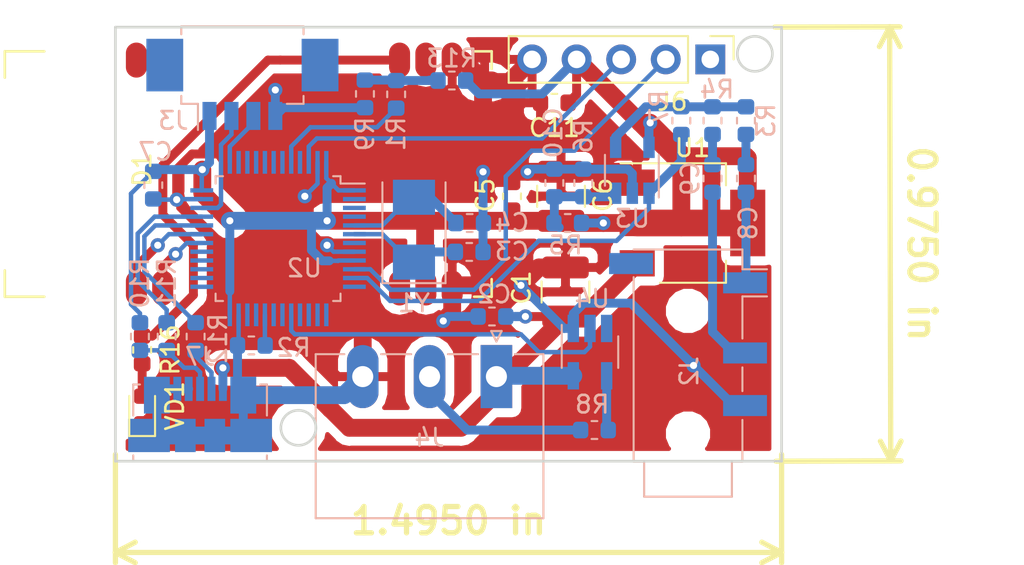
<source format=kicad_pcb>
(kicad_pcb (version 20171130) (host pcbnew "(5.0.0)")

  (general
    (thickness 1.6)
    (drawings 11)
    (tracks 312)
    (zones 0)
    (modules 37)
    (nets 63)
  )

  (page A4)
  (layers
    (0 F.Cu signal)
    (31 B.Cu signal)
    (32 B.Adhes user)
    (33 F.Adhes user)
    (34 B.Paste user)
    (35 F.Paste user)
    (36 B.SilkS user)
    (37 F.SilkS user)
    (38 B.Mask user)
    (39 F.Mask user)
    (40 Dwgs.User user)
    (41 Cmts.User user)
    (42 Eco1.User user)
    (43 Eco2.User user)
    (44 Edge.Cuts user)
    (45 Margin user)
    (46 B.CrtYd user)
    (47 F.CrtYd user)
    (48 B.Fab user)
    (49 F.Fab user)
  )

  (setup
    (last_trace_width 0.1524)
    (user_trace_width 0.1524)
    (user_trace_width 0.2032)
    (user_trace_width 0.254)
    (user_trace_width 0.508)
    (user_trace_width 1.016)
    (user_trace_width 1.524)
    (user_trace_width 2.032)
    (user_trace_width 2.54)
    (trace_clearance 0.127)
    (zone_clearance 0.508)
    (zone_45_only no)
    (trace_min 0.1524)
    (segment_width 0.2)
    (edge_width 0.15)
    (via_size 0.8128)
    (via_drill 0.4064)
    (via_min_size 0.4064)
    (via_min_drill 0.3048)
    (uvia_size 0.3048)
    (uvia_drill 0.1016)
    (uvias_allowed no)
    (uvia_min_size 0.3048)
    (uvia_min_drill 0.1)
    (pcb_text_width 0.3)
    (pcb_text_size 1.5 1.5)
    (mod_edge_width 0.15)
    (mod_text_size 1 1)
    (mod_text_width 0.15)
    (pad_size 1.524 1.524)
    (pad_drill 0.762)
    (pad_to_mask_clearance 0.2)
    (solder_mask_min_width 0.25)
    (aux_axis_origin 0 0)
    (visible_elements 7FFFFFFF)
    (pcbplotparams
      (layerselection 0x10000_7ffffffe)
      (usegerberextensions false)
      (usegerberattributes false)
      (usegerberadvancedattributes false)
      (creategerberjobfile false)
      (excludeedgelayer false)
      (linewidth 0.100000)
      (plotframeref false)
      (viasonmask false)
      (mode 1)
      (useauxorigin false)
      (hpglpennumber 1)
      (hpglpenspeed 20)
      (hpglpendiameter 15.000000)
      (psnegative false)
      (psa4output false)
      (plotreference true)
      (plotvalue true)
      (plotinvisibletext false)
      (padsonsilk true)
      (subtractmaskfromsilk false)
      (outputformat 4)
      (mirror true)
      (drillshape 0)
      (scaleselection 1)
      (outputdirectory ""))
  )

  (net 0 "")
  (net 1 GNDD)
  (net 2 +5V)
  (net 3 "Net-(C3-Pad2)")
  (net 4 "Net-(C4-Pad2)")
  (net 5 +3V3)
  (net 6 "Net-(D1-Pad1)")
  (net 7 "Net-(D1-Pad2)")
  (net 8 "Net-(D1-Pad24)")
  (net 9 "Net-(R2-Pad1)")
  (net 10 "Net-(R3-Pad1)")
  (net 11 "Net-(R7-Pad2)")
  (net 12 "Net-(U2-Pad2)")
  (net 13 "Net-(U2-Pad3)")
  (net 14 "Net-(U2-Pad4)")
  (net 15 "Net-(U2-Pad7)")
  (net 16 "Net-(U2-Pad22)")
  (net 17 "Net-(U2-Pad25)")
  (net 18 "Net-(U2-Pad26)")
  (net 19 "Net-(U2-Pad27)")
  (net 20 "Net-(U2-Pad29)")
  (net 21 "Net-(J3-Pad2)")
  (net 22 "Net-(J3-Pad3)")
  (net 23 "Net-(U2-Pad38)")
  (net 24 "Net-(R1-Pad1)")
  (net 25 "Net-(C8-Pad2)")
  (net 26 "Net-(C8-Pad1)")
  (net 27 "Net-(C9-Pad1)")
  (net 28 "Net-(C9-Pad2)")
  (net 29 "Net-(C10-Pad1)")
  (net 30 "Net-(J7-Pad3)")
  (net 31 "Net-(R11-Pad1)")
  (net 32 "Net-(J7-Pad2)")
  (net 33 "Net-(R12-Pad1)")
  (net 34 "Net-(J2-Pad4)")
  (net 35 "Net-(U2-Pad15)")
  (net 36 "Net-(U2-Pad18)")
  (net 37 "Net-(U2-Pad19)")
  (net 38 "Net-(U2-Pad12)")
  (net 39 "Net-(U2-Pad21)")
  (net 40 "Net-(R8-Pad2)")
  (net 41 "Net-(U2-Pad17)")
  (net 42 "Net-(U2-Pad39)")
  (net 43 GND)
  (net 44 "Net-(J4-Pad2)")
  (net 45 "Net-(U2-Pad13)")
  (net 46 "Net-(U2-Pad14)")
  (net 47 "Net-(U2-Pad16)")
  (net 48 "Net-(U2-Pad41)")
  (net 49 "Net-(U2-Pad43)")
  (net 50 "Net-(R16-Pad2)")
  (net 51 "Net-(J6-Pad2)")
  (net 52 "Net-(J6-Pad3)")
  (net 53 "Net-(J6-Pad1)")
  (net 54 "Net-(D1-Pad11)")
  (net 55 "Net-(D1-Pad23)")
  (net 56 "Net-(D1-Pad33)")
  (net 57 "Net-(D1-Pad34)")
  (net 58 "Net-(U2-Pad28)")
  (net 59 "Net-(U2-Pad40)")
  (net 60 "Net-(U2-Pad45)")
  (net 61 "Net-(R1-Pad2)")
  (net 62 "Net-(U2-Pad42)")

  (net_class Default "Это класс цепей по умолчанию."
    (clearance 0.127)
    (trace_width 0.1524)
    (via_dia 0.8128)
    (via_drill 0.4064)
    (uvia_dia 0.3048)
    (uvia_drill 0.1016)
    (diff_pair_gap 0.2032)
    (diff_pair_width 0.2032)
    (add_net +3V3)
    (add_net +5V)
    (add_net GND)
    (add_net GNDD)
    (add_net "Net-(C10-Pad1)")
    (add_net "Net-(C3-Pad2)")
    (add_net "Net-(C4-Pad2)")
    (add_net "Net-(C8-Pad1)")
    (add_net "Net-(C8-Pad2)")
    (add_net "Net-(C9-Pad1)")
    (add_net "Net-(C9-Pad2)")
    (add_net "Net-(D1-Pad1)")
    (add_net "Net-(D1-Pad11)")
    (add_net "Net-(D1-Pad2)")
    (add_net "Net-(D1-Pad23)")
    (add_net "Net-(D1-Pad24)")
    (add_net "Net-(D1-Pad33)")
    (add_net "Net-(D1-Pad34)")
    (add_net "Net-(J2-Pad4)")
    (add_net "Net-(J3-Pad2)")
    (add_net "Net-(J3-Pad3)")
    (add_net "Net-(J4-Pad2)")
    (add_net "Net-(J6-Pad1)")
    (add_net "Net-(J6-Pad2)")
    (add_net "Net-(J6-Pad3)")
    (add_net "Net-(J7-Pad2)")
    (add_net "Net-(J7-Pad3)")
    (add_net "Net-(R1-Pad1)")
    (add_net "Net-(R1-Pad2)")
    (add_net "Net-(R11-Pad1)")
    (add_net "Net-(R12-Pad1)")
    (add_net "Net-(R16-Pad2)")
    (add_net "Net-(R2-Pad1)")
    (add_net "Net-(R3-Pad1)")
    (add_net "Net-(R7-Pad2)")
    (add_net "Net-(R8-Pad2)")
    (add_net "Net-(U2-Pad12)")
    (add_net "Net-(U2-Pad13)")
    (add_net "Net-(U2-Pad14)")
    (add_net "Net-(U2-Pad15)")
    (add_net "Net-(U2-Pad16)")
    (add_net "Net-(U2-Pad17)")
    (add_net "Net-(U2-Pad18)")
    (add_net "Net-(U2-Pad19)")
    (add_net "Net-(U2-Pad2)")
    (add_net "Net-(U2-Pad21)")
    (add_net "Net-(U2-Pad22)")
    (add_net "Net-(U2-Pad25)")
    (add_net "Net-(U2-Pad26)")
    (add_net "Net-(U2-Pad27)")
    (add_net "Net-(U2-Pad28)")
    (add_net "Net-(U2-Pad29)")
    (add_net "Net-(U2-Pad3)")
    (add_net "Net-(U2-Pad38)")
    (add_net "Net-(U2-Pad39)")
    (add_net "Net-(U2-Pad4)")
    (add_net "Net-(U2-Pad40)")
    (add_net "Net-(U2-Pad41)")
    (add_net "Net-(U2-Pad42)")
    (add_net "Net-(U2-Pad43)")
    (add_net "Net-(U2-Pad45)")
    (add_net "Net-(U2-Pad7)")
  )

  (net_class power ""
    (clearance 0.254)
    (trace_width 1.016)
    (via_dia 1.016)
    (via_drill 0.6096)
    (uvia_dia 0.508)
    (uvia_drill 0.2032)
    (diff_pair_gap 0.254)
    (diff_pair_width 0.254)
  )

  (module kicad_lib:SPP-C_cmu (layer F.Cu) (tedit 5C0EBB49) (tstamp 5C0ECA78)
    (at 33.528 25.908 90)
    (descr "Class 4 Bluetooth Module with on-board antenna")
    (tags "Bluetooth Module")
    (path /5B721241)
    (attr smd)
    (fp_text reference D1 (at 0.254 -10.922 90) (layer F.SilkS)
      (effects (font (size 1 1) (thickness 0.15)))
    )
    (fp_text value SPP-C (at 0 -0.45 90) (layer F.Fab)
      (effects (font (size 1 1) (thickness 0.15)))
    )
    (fp_line (start -5 -17.25) (end -5 -14.25) (layer F.Fab) (width 0.15))
    (fp_line (start -3 -17.25) (end -3 -14.25) (layer F.Fab) (width 0.15))
    (fp_line (start -1 -17.25) (end -1 -14.25) (layer F.Fab) (width 0.15))
    (fp_line (start 1 -17.25) (end 1 -14.25) (layer F.Fab) (width 0.15))
    (fp_line (start 3 -17.25) (end 3 -14.25) (layer F.Fab) (width 0.15))
    (fp_line (start 5 -17.25) (end 3 -17.25) (layer F.Fab) (width 0.15))
    (fp_line (start 3 -14.25) (end 1 -14.25) (layer F.Fab) (width 0.15))
    (fp_line (start 1 -17.25) (end -1 -17.25) (layer F.Fab) (width 0.15))
    (fp_line (start -1 -14.25) (end -3 -14.25) (layer F.Fab) (width 0.15))
    (fp_line (start -3 -17.25) (end -5 -17.25) (layer F.Fab) (width 0.15))
    (fp_line (start -7.75 10) (end 7.75 10) (layer F.CrtYd) (width 0.05))
    (fp_line (start 7.75 10) (end 7.75 -19) (layer F.CrtYd) (width 0.05))
    (fp_line (start 7.75 -19) (end -7.75 -19) (layer F.CrtYd) (width 0.05))
    (fp_line (start -7.75 -19) (end -7.75 10) (layer F.CrtYd) (width 0.05))
    (fp_line (start -5.5 -18.75) (end -7 -18.75) (layer F.SilkS) (width 0.15))
    (fp_line (start -7 -18.75) (end -7 -16.5) (layer F.SilkS) (width 0.15))
    (fp_line (start 7 -16.5) (end 7 -18.75) (layer F.SilkS) (width 0.15))
    (fp_line (start 6 9) (end 7 9) (layer F.SilkS) (width 0.15))
    (fp_line (start 7 9) (end 7 8) (layer F.SilkS) (width 0.15))
    (fp_line (start -6 9) (end -7 9) (layer F.SilkS) (width 0.15))
    (fp_line (start -7 9) (end -7 8) (layer F.SilkS) (width 0.15))
    (fp_line (start -6.5 8.5) (end 6.5 8.5) (layer F.Fab) (width 0.15))
    (fp_line (start 6.5 8.5) (end 6.5 -18.25) (layer F.Fab) (width 0.15))
    (fp_line (start 6.5 -13) (end -6.5 -13) (layer F.Fab) (width 0.15))
    (fp_line (start -6.5 -18.25) (end -6.5 8.5) (layer F.Fab) (width 0.15))
    (fp_text user %R (at 0 -2.5 90) (layer F.Fab)
      (effects (font (size 1 1) (thickness 0.15)))
    )
    (fp_line (start 6.5 -18.25) (end -6.5 -18.25) (layer F.Fab) (width 0.15))
    (fp_line (start 7 -18.75) (end 5.5 -18.75) (layer F.SilkS) (width 0.15))
    (pad 1 smd oval (at -6.5 -11.25 90) (size 2 1.2) (layers F.Cu F.Paste F.Mask)
      (net 6 "Net-(D1-Pad1)"))
    (pad 2 smd oval (at -6.5 -9.75 90) (size 2 1.2) (layers F.Cu F.Paste F.Mask)
      (net 7 "Net-(D1-Pad2)"))
    (pad 11 smd oval (at -6.5 3.75 90) (size 2 1.2) (layers F.Cu F.Paste F.Mask)
      (net 54 "Net-(D1-Pad11)"))
    (pad 12 smd oval (at -6.5 5.25 90) (size 2 1.2) (layers F.Cu F.Paste F.Mask)
      (net 5 +3V3))
    (pad 13 smd oval (at -6.5 6.75 90) (size 2 1.2) (layers F.Cu F.Paste F.Mask)
      (net 1 GNDD))
    (pad 21 smd oval (at 5.25 8.6 180) (size 2 1.2) (layers F.Cu F.Paste F.Mask)
      (net 1 GNDD))
    (pad 22 smd oval (at 6.5 6.75 90) (size 2 1.2) (layers F.Cu F.Paste F.Mask)
      (net 1 GNDD))
    (pad 23 smd oval (at 6.5 5.25 90) (size 2 1.2) (layers F.Cu F.Paste F.Mask)
      (net 55 "Net-(D1-Pad23)"))
    (pad 24 smd oval (at 6.5 3.75 90) (size 2 1.2) (layers F.Cu F.Paste F.Mask)
      (net 8 "Net-(D1-Pad24)"))
    (pad 33 smd oval (at 6.5 -9.75 90) (size 2 1.2) (layers F.Cu F.Paste F.Mask)
      (net 56 "Net-(D1-Pad33)"))
    (pad 34 smd oval (at 6.5 -11.25 90) (size 2 1.2) (layers F.Cu F.Paste F.Mask)
      (net 57 "Net-(D1-Pad34)"))
    (model ${KISYS3DMOD}/RF_Module.3dshapes/BLE112-A.wrl
      (at (xyz 0 0 0))
      (scale (xyz 1 1 1))
      (rotate (xyz 0 0 0))
    )
  )

  (module Capacitor_SMD:C_0603_1608Metric (layer B.Cu) (tedit 5B301BBE) (tstamp 5BEE50C4)
    (at 41.275 28.702 180)
    (descr "Capacitor SMD 0603 (1608 Metric), square (rectangular) end terminal, IPC_7351 nominal, (Body size source: http://www.tortai-tech.com/upload/download/2011102023233369053.pdf), generated with kicad-footprint-generator")
    (tags capacitor)
    (path /5B73E07E)
    (attr smd)
    (fp_text reference C4 (at -2.413 0.016 180) (layer B.SilkS)
      (effects (font (size 1 1) (thickness 0.15)) (justify mirror))
    )
    (fp_text value 22pF (at -0.5715 1.524 180) (layer B.Fab)
      (effects (font (size 1 1) (thickness 0.15)) (justify mirror))
    )
    (fp_line (start -0.8 -0.4) (end -0.8 0.4) (layer B.Fab) (width 0.1))
    (fp_line (start -0.8 0.4) (end 0.8 0.4) (layer B.Fab) (width 0.1))
    (fp_line (start 0.8 0.4) (end 0.8 -0.4) (layer B.Fab) (width 0.1))
    (fp_line (start 0.8 -0.4) (end -0.8 -0.4) (layer B.Fab) (width 0.1))
    (fp_line (start -0.162779 0.51) (end 0.162779 0.51) (layer B.SilkS) (width 0.12))
    (fp_line (start -0.162779 -0.51) (end 0.162779 -0.51) (layer B.SilkS) (width 0.12))
    (fp_line (start -1.48 -0.73) (end -1.48 0.73) (layer B.CrtYd) (width 0.05))
    (fp_line (start -1.48 0.73) (end 1.48 0.73) (layer B.CrtYd) (width 0.05))
    (fp_line (start 1.48 0.73) (end 1.48 -0.73) (layer B.CrtYd) (width 0.05))
    (fp_line (start 1.48 -0.73) (end -1.48 -0.73) (layer B.CrtYd) (width 0.05))
    (fp_text user %R (at 0 0 180) (layer B.Fab)
      (effects (font (size 0.4 0.4) (thickness 0.06)) (justify mirror))
    )
    (pad 1 smd roundrect (at -0.7875 0 180) (size 0.875 0.95) (layers B.Cu B.Paste B.Mask) (roundrect_rratio 0.25)
      (net 1 GNDD))
    (pad 2 smd roundrect (at 0.7875 0 180) (size 0.875 0.95) (layers B.Cu B.Paste B.Mask) (roundrect_rratio 0.25)
      (net 4 "Net-(C4-Pad2)"))
    (model ${KISYS3DMOD}/Capacitor_SMD.3dshapes/C_0603_1608Metric.wrl
      (at (xyz 0 0 0))
      (scale (xyz 1 1 1))
      (rotate (xyz 0 0 0))
    )
  )

  (module Resistor_SMD:R_0603_1608Metric (layer B.Cu) (tedit 5BEEAABC) (tstamp 5BEE5163)
    (at 35.306 21.336 270)
    (descr "Resistor SMD 0603 (1608 Metric), square (rectangular) end terminal, IPC_7351 nominal, (Body size source: http://www.tortai-tech.com/upload/download/2011102023233369053.pdf), generated with kicad-footprint-generator")
    (tags resistor)
    (path /5B867F03)
    (attr smd)
    (fp_text reference R9 (at 2.286 0 270) (layer B.SilkS)
      (effects (font (size 1 1) (thickness 0.15)) (justify mirror))
    )
    (fp_text value 47K (at -2.286 -0.0635 90) (layer B.Fab)
      (effects (font (size 1 1) (thickness 0.15)) (justify mirror))
    )
    (fp_line (start -0.8 -0.4) (end -0.8 0.4) (layer B.Fab) (width 0.1))
    (fp_line (start -0.8 0.4) (end 0.8 0.4) (layer B.Fab) (width 0.1))
    (fp_line (start 0.8 0.4) (end 0.8 -0.4) (layer B.Fab) (width 0.1))
    (fp_line (start 0.8 -0.4) (end -0.8 -0.4) (layer B.Fab) (width 0.1))
    (fp_line (start -0.162779 0.51) (end 0.162779 0.51) (layer B.SilkS) (width 0.12))
    (fp_line (start -0.162779 -0.51) (end 0.162779 -0.51) (layer B.SilkS) (width 0.12))
    (fp_line (start -1.48 -0.73) (end -1.48 0.73) (layer B.CrtYd) (width 0.05))
    (fp_line (start -1.48 0.73) (end 1.48 0.73) (layer B.CrtYd) (width 0.05))
    (fp_line (start 1.48 0.73) (end 1.48 -0.73) (layer B.CrtYd) (width 0.05))
    (fp_line (start 1.48 -0.73) (end -1.48 -0.73) (layer B.CrtYd) (width 0.05))
    (fp_text user %R (at 0 0 270) (layer B.Fab)
      (effects (font (size 0.4 0.4) (thickness 0.06)) (justify mirror))
    )
    (pad 1 smd roundrect (at -0.7875 0 270) (size 0.875 0.95) (layers B.Cu B.Paste B.Mask) (roundrect_rratio 0.25)
      (net 61 "Net-(R1-Pad2)"))
    (pad 2 smd roundrect (at 0.7875 0 270) (size 0.875 0.95) (layers B.Cu B.Paste B.Mask) (roundrect_rratio 0.25)
      (net 1 GNDD))
    (model ${KISYS3DMOD}/Resistor_SMD.3dshapes/R_0603_1608Metric.wrl
      (at (xyz 0 0 0))
      (scale (xyz 1 1 1))
      (rotate (xyz 0 0 0))
    )
  )

  (module Capacitor_SMD:C_1210_3225Metric (layer F.Cu) (tedit 5B301BBE) (tstamp 5BEE4D10)
    (at 46.736 32.639 90)
    (descr "Capacitor SMD 1210 (3225 Metric), square (rectangular) end terminal, IPC_7351 nominal, (Body size source: http://www.tortai-tech.com/upload/download/2011102023233369053.pdf), generated with kicad-footprint-generator")
    (tags capacitor)
    (path /5B712A3D)
    (attr smd)
    (fp_text reference C1 (at 0.25 -2.5 90) (layer F.SilkS)
      (effects (font (size 1 1) (thickness 0.15)))
    )
    (fp_text value 47.0uF (at -3.175 0.254) (layer F.Fab)
      (effects (font (size 1 1) (thickness 0.15)))
    )
    (fp_text user %R (at 0.13 0) (layer F.Fab)
      (effects (font (size 0.8 0.8) (thickness 0.12)))
    )
    (fp_line (start 2.28 1.58) (end -2.28 1.58) (layer F.CrtYd) (width 0.05))
    (fp_line (start 2.28 -1.58) (end 2.28 1.58) (layer F.CrtYd) (width 0.05))
    (fp_line (start -2.28 -1.58) (end 2.28 -1.58) (layer F.CrtYd) (width 0.05))
    (fp_line (start -2.28 1.58) (end -2.28 -1.58) (layer F.CrtYd) (width 0.05))
    (fp_line (start -0.602064 1.36) (end 0.602064 1.36) (layer F.SilkS) (width 0.12))
    (fp_line (start -0.602064 -1.36) (end 0.602064 -1.36) (layer F.SilkS) (width 0.12))
    (fp_line (start 1.6 1.25) (end -1.6 1.25) (layer F.Fab) (width 0.1))
    (fp_line (start 1.6 -1.25) (end 1.6 1.25) (layer F.Fab) (width 0.1))
    (fp_line (start -1.6 -1.25) (end 1.6 -1.25) (layer F.Fab) (width 0.1))
    (fp_line (start -1.6 1.25) (end -1.6 -1.25) (layer F.Fab) (width 0.1))
    (pad 2 smd roundrect (at 1.4 0 90) (size 1.25 2.65) (layers F.Cu F.Paste F.Mask) (roundrect_rratio 0.2)
      (net 1 GNDD))
    (pad 1 smd roundrect (at -1.4 0 90) (size 1.25 2.65) (layers F.Cu F.Paste F.Mask) (roundrect_rratio 0.2)
      (net 2 +5V))
    (model ${KISYS3DMOD}/Capacitor_SMD.3dshapes/C_1210_3225Metric.wrl
      (at (xyz 0 0 0))
      (scale (xyz 1 1 1))
      (rotate (xyz 0 0 0))
    )
  )

  (module Capacitor_SMD:C_0603_1608Metric (layer B.Cu) (tedit 5BBC7F66) (tstamp 5BEE5133)
    (at 41.2495 30.353 180)
    (descr "Capacitor SMD 0603 (1608 Metric), square (rectangular) end terminal, IPC_7351 nominal, (Body size source: http://www.tortai-tech.com/upload/download/2011102023233369053.pdf), generated with kicad-footprint-generator")
    (tags capacitor)
    (path /5B7407D6)
    (attr smd)
    (fp_text reference C3 (at -2.4385 0.03 180) (layer B.SilkS)
      (effects (font (size 1 1) (thickness 0.15)) (justify mirror))
    )
    (fp_text value 22pF (at -1.8035 -1.397 180) (layer B.Fab)
      (effects (font (size 1 1) (thickness 0.15)) (justify mirror))
    )
    (fp_text user %R (at 0 0 180) (layer B.Fab)
      (effects (font (size 0.4 0.4) (thickness 0.06)) (justify mirror))
    )
    (fp_line (start 1.48 -0.73) (end -1.48 -0.73) (layer B.CrtYd) (width 0.05))
    (fp_line (start 1.48 0.73) (end 1.48 -0.73) (layer B.CrtYd) (width 0.05))
    (fp_line (start -1.48 0.73) (end 1.48 0.73) (layer B.CrtYd) (width 0.05))
    (fp_line (start -1.48 -0.73) (end -1.48 0.73) (layer B.CrtYd) (width 0.05))
    (fp_line (start -0.162779 -0.51) (end 0.162779 -0.51) (layer B.SilkS) (width 0.12))
    (fp_line (start -0.162779 0.51) (end 0.162779 0.51) (layer B.SilkS) (width 0.12))
    (fp_line (start 0.8 -0.4) (end -0.8 -0.4) (layer B.Fab) (width 0.1))
    (fp_line (start 0.8 0.4) (end 0.8 -0.4) (layer B.Fab) (width 0.1))
    (fp_line (start -0.8 0.4) (end 0.8 0.4) (layer B.Fab) (width 0.1))
    (fp_line (start -0.8 -0.4) (end -0.8 0.4) (layer B.Fab) (width 0.1))
    (pad 2 smd roundrect (at 0.7875 0 180) (size 0.875 0.95) (layers B.Cu B.Paste B.Mask) (roundrect_rratio 0.25)
      (net 3 "Net-(C3-Pad2)"))
    (pad 1 smd roundrect (at -0.7875 0 180) (size 0.875 0.95) (layers B.Cu B.Paste B.Mask) (roundrect_rratio 0.25)
      (net 1 GNDD))
    (model ${KISYS3DMOD}/Capacitor_SMD.3dshapes/C_0603_1608Metric.wrl
      (at (xyz 0 0 0))
      (scale (xyz 1 1 1))
      (rotate (xyz 0 0 0))
    )
  )

  (module Resistor_SMD:R_0603_1608Metric (layer B.Cu) (tedit 5C4D2F84) (tstamp 5BEE4E42)
    (at 37.084 21.3615 90)
    (descr "Resistor SMD 0603 (1608 Metric), square (rectangular) end terminal, IPC_7351 nominal, (Body size source: http://www.tortai-tech.com/upload/download/2011102023233369053.pdf), generated with kicad-footprint-generator")
    (tags resistor)
    (path /5B72494B)
    (attr smd)
    (fp_text reference R1 (at -2.2605 0 90) (layer B.SilkS)
      (effects (font (size 1 1) (thickness 0.15)) (justify mirror))
    )
    (fp_text value 47K (at 2.375 0.0635 90) (layer B.Fab)
      (effects (font (size 1 1) (thickness 0.15)) (justify mirror))
    )
    (fp_line (start -0.8 -0.4) (end -0.8 0.4) (layer B.Fab) (width 0.1))
    (fp_line (start -0.8 0.4) (end 0.8 0.4) (layer B.Fab) (width 0.1))
    (fp_line (start 0.8 0.4) (end 0.8 -0.4) (layer B.Fab) (width 0.1))
    (fp_line (start 0.8 -0.4) (end -0.8 -0.4) (layer B.Fab) (width 0.1))
    (fp_line (start -0.162779 0.51) (end 0.162779 0.51) (layer B.SilkS) (width 0.12))
    (fp_line (start -0.162779 -0.51) (end 0.162779 -0.51) (layer B.SilkS) (width 0.12))
    (fp_line (start -1.48 -0.73) (end -1.48 0.73) (layer B.CrtYd) (width 0.05))
    (fp_line (start -1.48 0.73) (end 1.48 0.73) (layer B.CrtYd) (width 0.05))
    (fp_line (start 1.48 0.73) (end 1.48 -0.73) (layer B.CrtYd) (width 0.05))
    (fp_line (start 1.48 -0.73) (end -1.48 -0.73) (layer B.CrtYd) (width 0.05))
    (fp_text user %R (at 0.127 0 90) (layer B.Fab)
      (effects (font (size 0.4 0.4) (thickness 0.06)) (justify mirror))
    )
    (pad 1 smd roundrect (at -0.7875 0 90) (size 0.875 0.95) (layers B.Cu B.Paste B.Mask) (roundrect_rratio 0.25)
      (net 24 "Net-(R1-Pad1)"))
    (pad 2 smd roundrect (at 0.7875 0 90) (size 0.875 0.95) (layers B.Cu B.Paste B.Mask) (roundrect_rratio 0.25)
      (net 61 "Net-(R1-Pad2)"))
    (model ${KISYS3DMOD}/Resistor_SMD.3dshapes/R_0603_1608Metric.wrl
      (at (xyz 0 0 0))
      (scale (xyz 1 1 1))
      (rotate (xyz 0 0 0))
    )
  )

  (module Capacitor_SMD:C_0603_1608Metric (layer B.Cu) (tedit 5B301BBE) (tstamp 5BEE4EB1)
    (at 42.545 34.036 180)
    (descr "Capacitor SMD 0603 (1608 Metric), square (rectangular) end terminal, IPC_7351 nominal, (Body size source: http://www.tortai-tech.com/upload/download/2011102023233369053.pdf), generated with kicad-footprint-generator")
    (tags capacitor)
    (path /5B70FC1D)
    (attr smd)
    (fp_text reference C2 (at -0.127 1.27 180) (layer B.SilkS)
      (effects (font (size 1 1) (thickness 0.15)) (justify mirror))
    )
    (fp_text value 0.1uF (at -0.0635 -1.3335) (layer B.Fab)
      (effects (font (size 1 1) (thickness 0.15)) (justify mirror))
    )
    (fp_text user %R (at 0.094 0.026 180) (layer B.Fab)
      (effects (font (size 0.4 0.4) (thickness 0.06)) (justify mirror))
    )
    (fp_line (start 1.48 -0.73) (end -1.48 -0.73) (layer B.CrtYd) (width 0.05))
    (fp_line (start 1.48 0.73) (end 1.48 -0.73) (layer B.CrtYd) (width 0.05))
    (fp_line (start -1.48 0.73) (end 1.48 0.73) (layer B.CrtYd) (width 0.05))
    (fp_line (start -1.48 -0.73) (end -1.48 0.73) (layer B.CrtYd) (width 0.05))
    (fp_line (start -0.162779 -0.51) (end 0.162779 -0.51) (layer B.SilkS) (width 0.12))
    (fp_line (start -0.162779 0.51) (end 0.162779 0.51) (layer B.SilkS) (width 0.12))
    (fp_line (start 0.8 -0.4) (end -0.8 -0.4) (layer B.Fab) (width 0.1))
    (fp_line (start 0.8 0.4) (end 0.8 -0.4) (layer B.Fab) (width 0.1))
    (fp_line (start -0.8 0.4) (end 0.8 0.4) (layer B.Fab) (width 0.1))
    (fp_line (start -0.8 -0.4) (end -0.8 0.4) (layer B.Fab) (width 0.1))
    (pad 2 smd roundrect (at 0.7875 0 180) (size 0.875 0.95) (layers B.Cu B.Paste B.Mask) (roundrect_rratio 0.25)
      (net 1 GNDD))
    (pad 1 smd roundrect (at -0.7875 0 180) (size 0.875 0.95) (layers B.Cu B.Paste B.Mask) (roundrect_rratio 0.25)
      (net 2 +5V))
    (model ${KISYS3DMOD}/Capacitor_SMD.3dshapes/C_0603_1608Metric.wrl
      (at (xyz 0 0 0))
      (scale (xyz 1 1 1))
      (rotate (xyz 0 0 0))
    )
  )

  (module Capacitor_SMD:C_0603_1608Metric (layer F.Cu) (tedit 5B301BBE) (tstamp 5BEE4FD1)
    (at 43.688 27.178 90)
    (descr "Capacitor SMD 0603 (1608 Metric), square (rectangular) end terminal, IPC_7351 nominal, (Body size source: http://www.tortai-tech.com/upload/download/2011102023233369053.pdf), generated with kicad-footprint-generator")
    (tags capacitor)
    (path /5B70FC87)
    (attr smd)
    (fp_text reference C5 (at 0.0635 -1.524 90) (layer F.SilkS)
      (effects (font (size 1 1) (thickness 0.15)))
    )
    (fp_text value 0.1uF (at -0.0635 -2.921) (layer F.Fab)
      (effects (font (size 1 1) (thickness 0.15)))
    )
    (fp_line (start -0.8 0.4) (end -0.8 -0.4) (layer F.Fab) (width 0.1))
    (fp_line (start -0.8 -0.4) (end 0.8 -0.4) (layer F.Fab) (width 0.1))
    (fp_line (start 0.8 -0.4) (end 0.8 0.4) (layer F.Fab) (width 0.1))
    (fp_line (start 0.8 0.4) (end -0.8 0.4) (layer F.Fab) (width 0.1))
    (fp_line (start -0.162779 -0.51) (end 0.162779 -0.51) (layer F.SilkS) (width 0.12))
    (fp_line (start -0.162779 0.51) (end 0.162779 0.51) (layer F.SilkS) (width 0.12))
    (fp_line (start -1.48 0.73) (end -1.48 -0.73) (layer F.CrtYd) (width 0.05))
    (fp_line (start -1.48 -0.73) (end 1.48 -0.73) (layer F.CrtYd) (width 0.05))
    (fp_line (start 1.48 -0.73) (end 1.48 0.73) (layer F.CrtYd) (width 0.05))
    (fp_line (start 1.48 0.73) (end -1.48 0.73) (layer F.CrtYd) (width 0.05))
    (fp_text user %R (at 0 0 90) (layer F.Fab)
      (effects (font (size 0.4 0.4) (thickness 0.06)))
    )
    (pad 1 smd roundrect (at -0.7875 0 90) (size 0.875 0.95) (layers F.Cu F.Paste F.Mask) (roundrect_rratio 0.25)
      (net 5 +3V3))
    (pad 2 smd roundrect (at 0.7875 0 90) (size 0.875 0.95) (layers F.Cu F.Paste F.Mask) (roundrect_rratio 0.25)
      (net 1 GNDD))
    (model ${KISYS3DMOD}/Capacitor_SMD.3dshapes/C_0603_1608Metric.wrl
      (at (xyz 0 0 0))
      (scale (xyz 1 1 1))
      (rotate (xyz 0 0 0))
    )
  )

  (module Capacitor_SMD:C_1210_3225Metric (layer F.Cu) (tedit 5B301BBE) (tstamp 5BEE4FA1)
    (at 46.482 27.178 90)
    (descr "Capacitor SMD 1210 (3225 Metric), square (rectangular) end terminal, IPC_7351 nominal, (Body size source: http://www.tortai-tech.com/upload/download/2011102023233369053.pdf), generated with kicad-footprint-generator")
    (tags capacitor)
    (path /5B712ACE)
    (attr smd)
    (fp_text reference C6 (at 0.076 2.379 90) (layer F.SilkS)
      (effects (font (size 1 1) (thickness 0.15)))
    )
    (fp_text value 47uF (at 2.7305 0) (layer F.Fab)
      (effects (font (size 1 1) (thickness 0.15)))
    )
    (fp_line (start -1.6 1.25) (end -1.6 -1.25) (layer F.Fab) (width 0.1))
    (fp_line (start -1.6 -1.25) (end 1.6 -1.25) (layer F.Fab) (width 0.1))
    (fp_line (start 1.6 -1.25) (end 1.6 1.25) (layer F.Fab) (width 0.1))
    (fp_line (start 1.6 1.25) (end -1.6 1.25) (layer F.Fab) (width 0.1))
    (fp_line (start -0.602064 -1.36) (end 0.602064 -1.36) (layer F.SilkS) (width 0.12))
    (fp_line (start -0.602064 1.36) (end 0.602064 1.36) (layer F.SilkS) (width 0.12))
    (fp_line (start -2.28 1.58) (end -2.28 -1.58) (layer F.CrtYd) (width 0.05))
    (fp_line (start -2.28 -1.58) (end 2.28 -1.58) (layer F.CrtYd) (width 0.05))
    (fp_line (start 2.28 -1.58) (end 2.28 1.58) (layer F.CrtYd) (width 0.05))
    (fp_line (start 2.28 1.58) (end -2.28 1.58) (layer F.CrtYd) (width 0.05))
    (fp_text user %R (at 0 0) (layer F.Fab)
      (effects (font (size 0.8 0.8) (thickness 0.12)))
    )
    (pad 1 smd roundrect (at -1.4 0 90) (size 1.25 2.65) (layers F.Cu F.Paste F.Mask) (roundrect_rratio 0.2)
      (net 5 +3V3))
    (pad 2 smd roundrect (at 1.4 0 90) (size 1.25 2.65) (layers F.Cu F.Paste F.Mask) (roundrect_rratio 0.2)
      (net 1 GNDD))
    (model ${KISYS3DMOD}/Capacitor_SMD.3dshapes/C_1210_3225Metric.wrl
      (at (xyz 0 0 0))
      (scale (xyz 1 1 1))
      (rotate (xyz 0 0 0))
    )
  )

  (module Resistor_SMD:R_0603_1608Metric (layer B.Cu) (tedit 5B301BBD) (tstamp 5BEE4F71)
    (at 28.829 35.687 180)
    (descr "Resistor SMD 0603 (1608 Metric), square (rectangular) end terminal, IPC_7351 nominal, (Body size source: http://www.tortai-tech.com/upload/download/2011102023233369053.pdf), generated with kicad-footprint-generator")
    (tags resistor)
    (path /5B724885)
    (attr smd)
    (fp_text reference R2 (at -2.413 -0.127 180) (layer B.SilkS)
      (effects (font (size 1 1) (thickness 0.15)) (justify mirror))
    )
    (fp_text value 47K (at 0.0635 1.27 180) (layer B.Fab)
      (effects (font (size 1 1) (thickness 0.15)) (justify mirror))
    )
    (fp_text user %R (at 0 0 180) (layer B.Fab)
      (effects (font (size 0.4 0.4) (thickness 0.06)) (justify mirror))
    )
    (fp_line (start 1.48 -0.73) (end -1.48 -0.73) (layer B.CrtYd) (width 0.05))
    (fp_line (start 1.48 0.73) (end 1.48 -0.73) (layer B.CrtYd) (width 0.05))
    (fp_line (start -1.48 0.73) (end 1.48 0.73) (layer B.CrtYd) (width 0.05))
    (fp_line (start -1.48 -0.73) (end -1.48 0.73) (layer B.CrtYd) (width 0.05))
    (fp_line (start -0.162779 -0.51) (end 0.162779 -0.51) (layer B.SilkS) (width 0.12))
    (fp_line (start -0.162779 0.51) (end 0.162779 0.51) (layer B.SilkS) (width 0.12))
    (fp_line (start 0.8 -0.4) (end -0.8 -0.4) (layer B.Fab) (width 0.1))
    (fp_line (start 0.8 0.4) (end 0.8 -0.4) (layer B.Fab) (width 0.1))
    (fp_line (start -0.8 0.4) (end 0.8 0.4) (layer B.Fab) (width 0.1))
    (fp_line (start -0.8 -0.4) (end -0.8 0.4) (layer B.Fab) (width 0.1))
    (pad 2 smd roundrect (at 0.7875 0 180) (size 0.875 0.95) (layers B.Cu B.Paste B.Mask) (roundrect_rratio 0.25)
      (net 1 GNDD))
    (pad 1 smd roundrect (at -0.7875 0 180) (size 0.875 0.95) (layers B.Cu B.Paste B.Mask) (roundrect_rratio 0.25)
      (net 9 "Net-(R2-Pad1)"))
    (model ${KISYS3DMOD}/Resistor_SMD.3dshapes/R_0603_1608Metric.wrl
      (at (xyz 0 0 0))
      (scale (xyz 1 1 1))
      (rotate (xyz 0 0 0))
    )
  )

  (module Resistor_SMD:R_0603_1608Metric (layer B.Cu) (tedit 5B301BBD) (tstamp 5BEE4BF6)
    (at 57.023 22.86 270)
    (descr "Resistor SMD 0603 (1608 Metric), square (rectangular) end terminal, IPC_7351 nominal, (Body size source: http://www.tortai-tech.com/upload/download/2011102023233369053.pdf), generated with kicad-footprint-generator")
    (tags resistor)
    (path /5B76E387)
    (attr smd)
    (fp_text reference R3 (at 0 -1.143 270) (layer B.SilkS)
      (effects (font (size 1 1) (thickness 0.15)) (justify mirror))
    )
    (fp_text value 1K (at 0 -1.27 270) (layer B.Fab)
      (effects (font (size 1 1) (thickness 0.15)) (justify mirror))
    )
    (fp_line (start -0.8 -0.4) (end -0.8 0.4) (layer B.Fab) (width 0.1))
    (fp_line (start -0.8 0.4) (end 0.8 0.4) (layer B.Fab) (width 0.1))
    (fp_line (start 0.8 0.4) (end 0.8 -0.4) (layer B.Fab) (width 0.1))
    (fp_line (start 0.8 -0.4) (end -0.8 -0.4) (layer B.Fab) (width 0.1))
    (fp_line (start -0.162779 0.51) (end 0.162779 0.51) (layer B.SilkS) (width 0.12))
    (fp_line (start -0.162779 -0.51) (end 0.162779 -0.51) (layer B.SilkS) (width 0.12))
    (fp_line (start -1.48 -0.73) (end -1.48 0.73) (layer B.CrtYd) (width 0.05))
    (fp_line (start -1.48 0.73) (end 1.48 0.73) (layer B.CrtYd) (width 0.05))
    (fp_line (start 1.48 0.73) (end 1.48 -0.73) (layer B.CrtYd) (width 0.05))
    (fp_line (start 1.48 -0.73) (end -1.48 -0.73) (layer B.CrtYd) (width 0.05))
    (fp_text user %R (at 0 0 270) (layer B.Fab)
      (effects (font (size 0.4 0.4) (thickness 0.06)) (justify mirror))
    )
    (pad 1 smd roundrect (at -0.7875 0 270) (size 0.875 0.95) (layers B.Cu B.Paste B.Mask) (roundrect_rratio 0.25)
      (net 10 "Net-(R3-Pad1)"))
    (pad 2 smd roundrect (at 0.7875 0 270) (size 0.875 0.95) (layers B.Cu B.Paste B.Mask) (roundrect_rratio 0.25)
      (net 25 "Net-(C8-Pad2)"))
    (model ${KISYS3DMOD}/Resistor_SMD.3dshapes/R_0603_1608Metric.wrl
      (at (xyz 0 0 0))
      (scale (xyz 1 1 1))
      (rotate (xyz 0 0 0))
    )
  )

  (module Resistor_SMD:R_0603_1608Metric (layer B.Cu) (tedit 5B301BBD) (tstamp 5BEE4F41)
    (at 55.118 22.86 270)
    (descr "Resistor SMD 0603 (1608 Metric), square (rectangular) end terminal, IPC_7351 nominal, (Body size source: http://www.tortai-tech.com/upload/download/2011102023233369053.pdf), generated with kicad-footprint-generator")
    (tags resistor)
    (path /5B76E451)
    (attr smd)
    (fp_text reference R4 (at -1.778 -0.254 180) (layer B.SilkS)
      (effects (font (size 1 1) (thickness 0.15)) (justify mirror))
    )
    (fp_text value 1K (at -2.159 0 270) (layer B.Fab)
      (effects (font (size 1 1) (thickness 0.15)) (justify mirror))
    )
    (fp_text user %R (at 0 0 270) (layer B.Fab)
      (effects (font (size 0.4 0.4) (thickness 0.06)) (justify mirror))
    )
    (fp_line (start 1.48 -0.73) (end -1.48 -0.73) (layer B.CrtYd) (width 0.05))
    (fp_line (start 1.48 0.73) (end 1.48 -0.73) (layer B.CrtYd) (width 0.05))
    (fp_line (start -1.48 0.73) (end 1.48 0.73) (layer B.CrtYd) (width 0.05))
    (fp_line (start -1.48 -0.73) (end -1.48 0.73) (layer B.CrtYd) (width 0.05))
    (fp_line (start -0.162779 -0.51) (end 0.162779 -0.51) (layer B.SilkS) (width 0.12))
    (fp_line (start -0.162779 0.51) (end 0.162779 0.51) (layer B.SilkS) (width 0.12))
    (fp_line (start 0.8 -0.4) (end -0.8 -0.4) (layer B.Fab) (width 0.1))
    (fp_line (start 0.8 0.4) (end 0.8 -0.4) (layer B.Fab) (width 0.1))
    (fp_line (start -0.8 0.4) (end 0.8 0.4) (layer B.Fab) (width 0.1))
    (fp_line (start -0.8 -0.4) (end -0.8 0.4) (layer B.Fab) (width 0.1))
    (pad 2 smd roundrect (at 0.7875 0 270) (size 0.875 0.95) (layers B.Cu B.Paste B.Mask) (roundrect_rratio 0.25)
      (net 28 "Net-(C9-Pad2)"))
    (pad 1 smd roundrect (at -0.7875 0 270) (size 0.875 0.95) (layers B.Cu B.Paste B.Mask) (roundrect_rratio 0.25)
      (net 10 "Net-(R3-Pad1)"))
    (model ${KISYS3DMOD}/Resistor_SMD.3dshapes/R_0603_1608Metric.wrl
      (at (xyz 0 0 0))
      (scale (xyz 1 1 1))
      (rotate (xyz 0 0 0))
    )
  )

  (module Resistor_SMD:R_0603_1608Metric (layer B.Cu) (tedit 5B301BBD) (tstamp 5BEE4CA4)
    (at 46.863 28.702)
    (descr "Resistor SMD 0603 (1608 Metric), square (rectangular) end terminal, IPC_7351 nominal, (Body size source: http://www.tortai-tech.com/upload/download/2011102023233369053.pdf), generated with kicad-footprint-generator")
    (tags resistor)
    (path /5B76FBC0)
    (attr smd)
    (fp_text reference R5 (at -0.127 1.27) (layer B.SilkS)
      (effects (font (size 1 1) (thickness 0.15)) (justify mirror))
    )
    (fp_text value 4K7 (at 0 1.27 180) (layer B.Fab)
      (effects (font (size 1 1) (thickness 0.15)) (justify mirror))
    )
    (fp_text user %R (at 0 0) (layer B.Fab)
      (effects (font (size 0.4 0.4) (thickness 0.06)) (justify mirror))
    )
    (fp_line (start 1.48 -0.73) (end -1.48 -0.73) (layer B.CrtYd) (width 0.05))
    (fp_line (start 1.48 0.73) (end 1.48 -0.73) (layer B.CrtYd) (width 0.05))
    (fp_line (start -1.48 0.73) (end 1.48 0.73) (layer B.CrtYd) (width 0.05))
    (fp_line (start -1.48 -0.73) (end -1.48 0.73) (layer B.CrtYd) (width 0.05))
    (fp_line (start -0.162779 -0.51) (end 0.162779 -0.51) (layer B.SilkS) (width 0.12))
    (fp_line (start -0.162779 0.51) (end 0.162779 0.51) (layer B.SilkS) (width 0.12))
    (fp_line (start 0.8 -0.4) (end -0.8 -0.4) (layer B.Fab) (width 0.1))
    (fp_line (start 0.8 0.4) (end 0.8 -0.4) (layer B.Fab) (width 0.1))
    (fp_line (start -0.8 0.4) (end 0.8 0.4) (layer B.Fab) (width 0.1))
    (fp_line (start -0.8 -0.4) (end -0.8 0.4) (layer B.Fab) (width 0.1))
    (pad 2 smd roundrect (at 0.7875 0) (size 0.875 0.95) (layers B.Cu B.Paste B.Mask) (roundrect_rratio 0.25)
      (net 5 +3V3))
    (pad 1 smd roundrect (at -0.7875 0) (size 0.875 0.95) (layers B.Cu B.Paste B.Mask) (roundrect_rratio 0.25)
      (net 29 "Net-(C10-Pad1)"))
    (model ${KISYS3DMOD}/Resistor_SMD.3dshapes/R_0603_1608Metric.wrl
      (at (xyz 0 0 0))
      (scale (xyz 1 1 1))
      (rotate (xyz 0 0 0))
    )
  )

  (module Resistor_SMD:R_0603_1608Metric (layer B.Cu) (tedit 5B301BBD) (tstamp 5BEE4F11)
    (at 47.752 26.416 270)
    (descr "Resistor SMD 0603 (1608 Metric), square (rectangular) end terminal, IPC_7351 nominal, (Body size source: http://www.tortai-tech.com/upload/download/2011102023233369053.pdf), generated with kicad-footprint-generator")
    (tags resistor)
    (path /5B76FB1E)
    (attr smd)
    (fp_text reference R6 (at -2.667 0 270) (layer B.SilkS)
      (effects (font (size 1 1) (thickness 0.15)) (justify mirror))
    )
    (fp_text value 4K7 (at 1.5875 -1.7145) (layer B.Fab)
      (effects (font (size 1 1) (thickness 0.15)) (justify mirror))
    )
    (fp_line (start -0.8 -0.4) (end -0.8 0.4) (layer B.Fab) (width 0.1))
    (fp_line (start -0.8 0.4) (end 0.8 0.4) (layer B.Fab) (width 0.1))
    (fp_line (start 0.8 0.4) (end 0.8 -0.4) (layer B.Fab) (width 0.1))
    (fp_line (start 0.8 -0.4) (end -0.8 -0.4) (layer B.Fab) (width 0.1))
    (fp_line (start -0.162779 0.51) (end 0.162779 0.51) (layer B.SilkS) (width 0.12))
    (fp_line (start -0.162779 -0.51) (end 0.162779 -0.51) (layer B.SilkS) (width 0.12))
    (fp_line (start -1.48 -0.73) (end -1.48 0.73) (layer B.CrtYd) (width 0.05))
    (fp_line (start -1.48 0.73) (end 1.48 0.73) (layer B.CrtYd) (width 0.05))
    (fp_line (start 1.48 0.73) (end 1.48 -0.73) (layer B.CrtYd) (width 0.05))
    (fp_line (start 1.48 -0.73) (end -1.48 -0.73) (layer B.CrtYd) (width 0.05))
    (fp_text user %R (at -0.1015 0 270) (layer B.Fab)
      (effects (font (size 0.4 0.4) (thickness 0.06)) (justify mirror))
    )
    (pad 1 smd roundrect (at -0.7875 0 270) (size 0.875 0.95) (layers B.Cu B.Paste B.Mask) (roundrect_rratio 0.25)
      (net 1 GNDD))
    (pad 2 smd roundrect (at 0.7875 0 270) (size 0.875 0.95) (layers B.Cu B.Paste B.Mask) (roundrect_rratio 0.25)
      (net 29 "Net-(C10-Pad1)"))
    (model ${KISYS3DMOD}/Resistor_SMD.3dshapes/R_0603_1608Metric.wrl
      (at (xyz 0 0 0))
      (scale (xyz 1 1 1))
      (rotate (xyz 0 0 0))
    )
  )

  (module Resistor_SMD:R_0603_1608Metric (layer B.Cu) (tedit 5B301BBD) (tstamp 5BEE4EE1)
    (at 53.34 22.86 270)
    (descr "Resistor SMD 0603 (1608 Metric), square (rectangular) end terminal, IPC_7351 nominal, (Body size source: http://www.tortai-tech.com/upload/download/2011102023233369053.pdf), generated with kicad-footprint-generator")
    (tags resistor)
    (path /5B76FC41)
    (attr smd)
    (fp_text reference R7 (at -0.762 1.27 270) (layer B.SilkS)
      (effects (font (size 1 1) (thickness 0.15)) (justify mirror))
    )
    (fp_text value 4K7 (at -2.54 0 90) (layer B.Fab)
      (effects (font (size 1 1) (thickness 0.15)) (justify mirror))
    )
    (fp_line (start -0.8 -0.4) (end -0.8 0.4) (layer B.Fab) (width 0.1))
    (fp_line (start -0.8 0.4) (end 0.8 0.4) (layer B.Fab) (width 0.1))
    (fp_line (start 0.8 0.4) (end 0.8 -0.4) (layer B.Fab) (width 0.1))
    (fp_line (start 0.8 -0.4) (end -0.8 -0.4) (layer B.Fab) (width 0.1))
    (fp_line (start -0.162779 0.51) (end 0.162779 0.51) (layer B.SilkS) (width 0.12))
    (fp_line (start -0.162779 -0.51) (end 0.162779 -0.51) (layer B.SilkS) (width 0.12))
    (fp_line (start -1.48 -0.73) (end -1.48 0.73) (layer B.CrtYd) (width 0.05))
    (fp_line (start -1.48 0.73) (end 1.48 0.73) (layer B.CrtYd) (width 0.05))
    (fp_line (start 1.48 0.73) (end 1.48 -0.73) (layer B.CrtYd) (width 0.05))
    (fp_line (start 1.48 -0.73) (end -1.48 -0.73) (layer B.CrtYd) (width 0.05))
    (fp_text user %R (at 0.0635 0 270) (layer B.Fab)
      (effects (font (size 0.4 0.4) (thickness 0.06)) (justify mirror))
    )
    (pad 1 smd roundrect (at -0.7875 0 270) (size 0.875 0.95) (layers B.Cu B.Paste B.Mask) (roundrect_rratio 0.25)
      (net 10 "Net-(R3-Pad1)"))
    (pad 2 smd roundrect (at 0.7875 0 270) (size 0.875 0.95) (layers B.Cu B.Paste B.Mask) (roundrect_rratio 0.25)
      (net 11 "Net-(R7-Pad2)"))
    (model ${KISYS3DMOD}/Resistor_SMD.3dshapes/R_0603_1608Metric.wrl
      (at (xyz 0 0 0))
      (scale (xyz 1 1 1))
      (rotate (xyz 0 0 0))
    )
  )

  (module Package_TO_SOT_SMD:SOT-223-3_TabPin2 (layer F.Cu) (tedit 5A02FF57) (tstamp 5BEE4E77)
    (at 53.975 28.702)
    (descr "module CMS SOT223 4 pins")
    (tags "CMS SOT")
    (path /5B70FB92)
    (attr smd)
    (fp_text reference U1 (at 0 -4.285) (layer F.SilkS)
      (effects (font (size 1 1) (thickness 0.15)))
    )
    (fp_text value AP1117-33 (at -0.176 4.224 180) (layer F.Fab)
      (effects (font (size 1 1) (thickness 0.15)))
    )
    (fp_text user %R (at 0 0) (layer F.Fab)
      (effects (font (size 0.8 0.8) (thickness 0.12)))
    )
    (fp_line (start 1.91 3.41) (end 1.91 2.15) (layer F.SilkS) (width 0.12))
    (fp_line (start 1.91 -3.41) (end 1.91 -2.15) (layer F.SilkS) (width 0.12))
    (fp_line (start 4.4 -3.6) (end -4.4 -3.6) (layer F.CrtYd) (width 0.05))
    (fp_line (start 4.4 3.6) (end 4.4 -3.6) (layer F.CrtYd) (width 0.05))
    (fp_line (start -4.4 3.6) (end 4.4 3.6) (layer F.CrtYd) (width 0.05))
    (fp_line (start -4.4 -3.6) (end -4.4 3.6) (layer F.CrtYd) (width 0.05))
    (fp_line (start -1.85 -2.35) (end -0.85 -3.35) (layer F.Fab) (width 0.1))
    (fp_line (start -1.85 -2.35) (end -1.85 3.35) (layer F.Fab) (width 0.1))
    (fp_line (start -1.85 3.41) (end 1.91 3.41) (layer F.SilkS) (width 0.12))
    (fp_line (start -0.85 -3.35) (end 1.85 -3.35) (layer F.Fab) (width 0.1))
    (fp_line (start -4.1 -3.41) (end 1.91 -3.41) (layer F.SilkS) (width 0.12))
    (fp_line (start -1.85 3.35) (end 1.85 3.35) (layer F.Fab) (width 0.1))
    (fp_line (start 1.85 -3.35) (end 1.85 3.35) (layer F.Fab) (width 0.1))
    (pad 2 smd rect (at 3.15 0) (size 2 3.8) (layers F.Cu F.Paste F.Mask)
      (net 5 +3V3))
    (pad 2 smd rect (at -3.15 0) (size 2 1.5) (layers F.Cu F.Paste F.Mask)
      (net 5 +3V3))
    (pad 3 smd rect (at -3.15 2.3) (size 2 1.5) (layers F.Cu F.Paste F.Mask)
      (net 2 +5V))
    (pad 1 smd rect (at -3.15 -2.3) (size 2 1.5) (layers F.Cu F.Paste F.Mask)
      (net 1 GNDD))
    (model ${KISYS3DMOD}/Package_TO_SOT_SMD.3dshapes/SOT-223.wrl
      (at (xyz 0 0 0))
      (scale (xyz 1 1 1))
      (rotate (xyz 0 0 0))
    )
  )

  (module Package_QFP:LQFP-48_7x7mm_P0.5mm (layer B.Cu) (tedit 5A5E2375) (tstamp 5BEE4D86)
    (at 30.353 29.591 180)
    (descr "48 LEAD LQFP 7x7mm (see MICREL LQFP7x7-48LD-PL-1.pdf)")
    (tags "QFP 0.5")
    (path /5B70FA73)
    (attr smd)
    (fp_text reference U2 (at -1.501 -1.685 180) (layer B.SilkS)
      (effects (font (size 1 1) (thickness 0.15)) (justify mirror))
    )
    (fp_text value STM32F103C8Tx (at 0 4.445 180) (layer B.Fab)
      (effects (font (size 1 1) (thickness 0.15)) (justify mirror))
    )
    (fp_line (start 3.13 -3.75) (end 3.75 -3.75) (layer B.CrtYd) (width 0.05))
    (fp_line (start 3.75 -3.13) (end 3.75 -3.75) (layer B.CrtYd) (width 0.05))
    (fp_line (start 3.13 -5.25) (end 3.13 -3.75) (layer B.CrtYd) (width 0.05))
    (fp_text user %R (at 0 0 180) (layer B.Fab)
      (effects (font (size 1 1) (thickness 0.15)) (justify mirror))
    )
    (fp_line (start -2.5 3.5) (end 3.5 3.5) (layer B.Fab) (width 0.1))
    (fp_line (start 3.5 3.5) (end 3.5 -3.5) (layer B.Fab) (width 0.1))
    (fp_line (start 3.5 -3.5) (end -3.5 -3.5) (layer B.Fab) (width 0.1))
    (fp_line (start -3.5 -3.5) (end -3.5 2.5) (layer B.Fab) (width 0.1))
    (fp_line (start -3.5 2.5) (end -2.5 3.5) (layer B.Fab) (width 0.1))
    (fp_line (start -5.25 3.13) (end -5.25 -3.13) (layer B.CrtYd) (width 0.05))
    (fp_line (start 5.25 3.13) (end 5.25 -3.13) (layer B.CrtYd) (width 0.05))
    (fp_line (start -3.13 5.25) (end 3.13 5.25) (layer B.CrtYd) (width 0.05))
    (fp_line (start -3.13 -5.25) (end 3.13 -5.25) (layer B.CrtYd) (width 0.05))
    (fp_line (start 3.56 3.56) (end 3.56 3.14) (layer B.SilkS) (width 0.12))
    (fp_line (start 3.56 -3.56) (end 3.56 -3.14) (layer B.SilkS) (width 0.12))
    (fp_line (start -3.56 -3.56) (end -3.56 -3.14) (layer B.SilkS) (width 0.12))
    (fp_line (start -3.56 3.56) (end -3.14 3.56) (layer B.SilkS) (width 0.12))
    (fp_line (start 3.56 -3.56) (end 3.14 -3.56) (layer B.SilkS) (width 0.12))
    (fp_line (start 3.56 3.56) (end 3.14 3.56) (layer B.SilkS) (width 0.12))
    (fp_line (start -3.56 3.14) (end -4.94 3.14) (layer B.SilkS) (width 0.12))
    (fp_line (start -3.56 3.56) (end -3.56 3.14) (layer B.SilkS) (width 0.12))
    (fp_line (start -3.56 -3.56) (end -3.14 -3.56) (layer B.SilkS) (width 0.12))
    (fp_line (start 3.75 -3.13) (end 5.25 -3.13) (layer B.CrtYd) (width 0.05))
    (fp_line (start 3.75 3.13) (end 5.25 3.13) (layer B.CrtYd) (width 0.05))
    (fp_line (start 3.13 3.75) (end 3.13 5.25) (layer B.CrtYd) (width 0.05))
    (fp_line (start -3.13 3.75) (end -3.13 5.25) (layer B.CrtYd) (width 0.05))
    (fp_line (start -3.75 3.13) (end -5.25 3.13) (layer B.CrtYd) (width 0.05))
    (fp_line (start -3.75 -3.13) (end -5.25 -3.13) (layer B.CrtYd) (width 0.05))
    (fp_line (start -3.13 -3.75) (end -3.13 -5.25) (layer B.CrtYd) (width 0.05))
    (fp_line (start 3.13 3.75) (end 3.75 3.75) (layer B.CrtYd) (width 0.05))
    (fp_line (start 3.75 3.13) (end 3.75 3.75) (layer B.CrtYd) (width 0.05))
    (fp_line (start -3.75 -3.13) (end -3.75 -3.75) (layer B.CrtYd) (width 0.05))
    (fp_line (start -3.13 -3.75) (end -3.75 -3.75) (layer B.CrtYd) (width 0.05))
    (fp_line (start -3.75 3.13) (end -3.75 3.75) (layer B.CrtYd) (width 0.05))
    (fp_line (start -3.13 3.75) (end -3.75 3.75) (layer B.CrtYd) (width 0.05))
    (pad 1 smd rect (at -4.35 2.75 180) (size 1.3 0.25) (layers B.Cu B.Paste B.Mask)
      (net 5 +3V3))
    (pad 2 smd rect (at -4.35 2.25 180) (size 1.3 0.25) (layers B.Cu B.Paste B.Mask)
      (net 12 "Net-(U2-Pad2)"))
    (pad 3 smd rect (at -4.35 1.75 180) (size 1.3 0.25) (layers B.Cu B.Paste B.Mask)
      (net 13 "Net-(U2-Pad3)"))
    (pad 4 smd rect (at -4.35 1.25 180) (size 1.3 0.25) (layers B.Cu B.Paste B.Mask)
      (net 14 "Net-(U2-Pad4)"))
    (pad 5 smd rect (at -4.35 0.75 180) (size 1.3 0.25) (layers B.Cu B.Paste B.Mask)
      (net 4 "Net-(C4-Pad2)"))
    (pad 6 smd rect (at -4.35 0.25 180) (size 1.3 0.25) (layers B.Cu B.Paste B.Mask)
      (net 3 "Net-(C3-Pad2)"))
    (pad 7 smd rect (at -4.35 -0.25 180) (size 1.3 0.25) (layers B.Cu B.Paste B.Mask)
      (net 15 "Net-(U2-Pad7)"))
    (pad 8 smd rect (at -4.35 -0.75 180) (size 1.3 0.25) (layers B.Cu B.Paste B.Mask)
      (net 1 GNDD))
    (pad 9 smd rect (at -4.35 -1.25 180) (size 1.3 0.25) (layers B.Cu B.Paste B.Mask)
      (net 5 +3V3))
    (pad 10 smd rect (at -4.35 -1.75 180) (size 1.3 0.25) (layers B.Cu B.Paste B.Mask)
      (net 51 "Net-(J6-Pad2)"))
    (pad 11 smd rect (at -4.35 -2.25 180) (size 1.3 0.25) (layers B.Cu B.Paste B.Mask)
      (net 11 "Net-(R7-Pad2)"))
    (pad 12 smd rect (at -4.35 -2.75 180) (size 1.3 0.25) (layers B.Cu B.Paste B.Mask)
      (net 38 "Net-(U2-Pad12)"))
    (pad 13 smd rect (at -2.75 -4.35 90) (size 1.3 0.25) (layers B.Cu B.Paste B.Mask)
      (net 45 "Net-(U2-Pad13)"))
    (pad 14 smd rect (at -2.25 -4.35 90) (size 1.3 0.25) (layers B.Cu B.Paste B.Mask)
      (net 46 "Net-(U2-Pad14)"))
    (pad 15 smd rect (at -1.75 -4.35 90) (size 1.3 0.25) (layers B.Cu B.Paste B.Mask)
      (net 35 "Net-(U2-Pad15)"))
    (pad 16 smd rect (at -1.25 -4.35 90) (size 1.3 0.25) (layers B.Cu B.Paste B.Mask)
      (net 47 "Net-(U2-Pad16)"))
    (pad 17 smd rect (at -0.75 -4.35 90) (size 1.3 0.25) (layers B.Cu B.Paste B.Mask)
      (net 41 "Net-(U2-Pad17)"))
    (pad 18 smd rect (at -0.25 -4.35 90) (size 1.3 0.25) (layers B.Cu B.Paste B.Mask)
      (net 36 "Net-(U2-Pad18)"))
    (pad 19 smd rect (at 0.25 -4.35 90) (size 1.3 0.25) (layers B.Cu B.Paste B.Mask)
      (net 37 "Net-(U2-Pad19)"))
    (pad 20 smd rect (at 0.75 -4.35 90) (size 1.3 0.25) (layers B.Cu B.Paste B.Mask)
      (net 9 "Net-(R2-Pad1)"))
    (pad 21 smd rect (at 1.25 -4.35 90) (size 1.3 0.25) (layers B.Cu B.Paste B.Mask)
      (net 39 "Net-(U2-Pad21)"))
    (pad 22 smd rect (at 1.75 -4.35 90) (size 1.3 0.25) (layers B.Cu B.Paste B.Mask)
      (net 16 "Net-(U2-Pad22)"))
    (pad 23 smd rect (at 2.25 -4.35 90) (size 1.3 0.25) (layers B.Cu B.Paste B.Mask)
      (net 1 GNDD))
    (pad 24 smd rect (at 2.75 -4.35 90) (size 1.3 0.25) (layers B.Cu B.Paste B.Mask)
      (net 5 +3V3))
    (pad 25 smd rect (at 4.35 -2.75 180) (size 1.3 0.25) (layers B.Cu B.Paste B.Mask)
      (net 17 "Net-(U2-Pad25)"))
    (pad 26 smd rect (at 4.35 -2.25 180) (size 1.3 0.25) (layers B.Cu B.Paste B.Mask)
      (net 18 "Net-(U2-Pad26)"))
    (pad 27 smd rect (at 4.35 -1.75 180) (size 1.3 0.25) (layers B.Cu B.Paste B.Mask)
      (net 19 "Net-(U2-Pad27)"))
    (pad 28 smd rect (at 4.35 -1.25 180) (size 1.3 0.25) (layers B.Cu B.Paste B.Mask)
      (net 58 "Net-(U2-Pad28)"))
    (pad 29 smd rect (at 4.35 -0.75 180) (size 1.3 0.25) (layers B.Cu B.Paste B.Mask)
      (net 20 "Net-(U2-Pad29)"))
    (pad 30 smd rect (at 4.35 -0.25 180) (size 1.3 0.25) (layers B.Cu B.Paste B.Mask)
      (net 7 "Net-(D1-Pad2)"))
    (pad 31 smd rect (at 4.35 0.25 180) (size 1.3 0.25) (layers B.Cu B.Paste B.Mask)
      (net 6 "Net-(D1-Pad1)"))
    (pad 32 smd rect (at 4.35 0.75 180) (size 1.3 0.25) (layers B.Cu B.Paste B.Mask)
      (net 33 "Net-(R12-Pad1)"))
    (pad 33 smd rect (at 4.35 1.25 180) (size 1.3 0.25) (layers B.Cu B.Paste B.Mask)
      (net 31 "Net-(R11-Pad1)"))
    (pad 34 smd rect (at 4.35 1.75 180) (size 1.3 0.25) (layers B.Cu B.Paste B.Mask)
      (net 21 "Net-(J3-Pad2)"))
    (pad 35 smd rect (at 4.35 2.25 180) (size 1.3 0.25) (layers B.Cu B.Paste B.Mask)
      (net 1 GNDD))
    (pad 36 smd rect (at 4.35 2.75 180) (size 1.3 0.25) (layers B.Cu B.Paste B.Mask)
      (net 5 +3V3))
    (pad 37 smd rect (at 2.75 4.35 90) (size 1.3 0.25) (layers B.Cu B.Paste B.Mask)
      (net 22 "Net-(J3-Pad3)"))
    (pad 38 smd rect (at 2.25 4.35 90) (size 1.3 0.25) (layers B.Cu B.Paste B.Mask)
      (net 23 "Net-(U2-Pad38)"))
    (pad 39 smd rect (at 1.75 4.35 90) (size 1.3 0.25) (layers B.Cu B.Paste B.Mask)
      (net 42 "Net-(U2-Pad39)"))
    (pad 40 smd rect (at 1.25 4.35 90) (size 1.3 0.25) (layers B.Cu B.Paste B.Mask)
      (net 59 "Net-(U2-Pad40)"))
    (pad 41 smd rect (at 0.75 4.35 90) (size 1.3 0.25) (layers B.Cu B.Paste B.Mask)
      (net 48 "Net-(U2-Pad41)"))
    (pad 42 smd rect (at 0.25 4.35 90) (size 1.3 0.25) (layers B.Cu B.Paste B.Mask)
      (net 62 "Net-(U2-Pad42)"))
    (pad 43 smd rect (at -0.25 4.35 90) (size 1.3 0.25) (layers B.Cu B.Paste B.Mask)
      (net 49 "Net-(U2-Pad43)"))
    (pad 44 smd rect (at -0.75 4.35 90) (size 1.3 0.25) (layers B.Cu B.Paste B.Mask)
      (net 24 "Net-(R1-Pad1)"))
    (pad 45 smd rect (at -1.25 4.35 90) (size 1.3 0.25) (layers B.Cu B.Paste B.Mask)
      (net 60 "Net-(U2-Pad45)"))
    (pad 46 smd rect (at -1.75 4.35 90) (size 1.3 0.25) (layers B.Cu B.Paste B.Mask)
      (net 52 "Net-(J6-Pad3)"))
    (pad 47 smd rect (at -2.25 4.35 90) (size 1.3 0.25) (layers B.Cu B.Paste B.Mask)
      (net 1 GNDD))
    (pad 48 smd rect (at -2.75 4.35 90) (size 1.3 0.25) (layers B.Cu B.Paste B.Mask)
      (net 5 +3V3))
    (model ${KISYS3DMOD}/Package_QFP.3dshapes/LQFP-48_7x7mm_P0.5mm.wrl
      (at (xyz 0 0 0))
      (scale (xyz 1 1 1))
      (rotate (xyz 0 0 0))
    )
  )

  (module Package_TO_SOT_SMD:TSOT-23-5 (layer B.Cu) (tedit 5A02FF57) (tstamp 5BEE4CD8)
    (at 50.546 25.694 90)
    (descr "5-pin TSOT23 package, http://cds.linear.com/docs/en/packaging/SOT_5_05-08-1635.pdf")
    (tags TSOT-23-5)
    (path /5B72566A)
    (attr smd)
    (fp_text reference U3 (at -2.754 0 180) (layer B.SilkS)
      (effects (font (size 1 1) (thickness 0.15)) (justify mirror))
    )
    (fp_text value AD8603 (at 1.691 -0.381 180) (layer B.Fab)
      (effects (font (size 1 1) (thickness 0.15)) (justify mirror))
    )
    (fp_text user %R (at 0 0 270) (layer B.Fab)
      (effects (font (size 0.5 0.5) (thickness 0.075)) (justify mirror))
    )
    (fp_line (start -0.88 -1.56) (end 0.88 -1.56) (layer B.SilkS) (width 0.12))
    (fp_line (start 0.88 1.51) (end -1.55 1.51) (layer B.SilkS) (width 0.12))
    (fp_line (start -0.88 1) (end -0.43 1.45) (layer B.Fab) (width 0.1))
    (fp_line (start 0.88 1.45) (end -0.43 1.45) (layer B.Fab) (width 0.1))
    (fp_line (start -0.88 1) (end -0.88 -1.45) (layer B.Fab) (width 0.1))
    (fp_line (start 0.88 -1.45) (end -0.88 -1.45) (layer B.Fab) (width 0.1))
    (fp_line (start 0.88 1.45) (end 0.88 -1.45) (layer B.Fab) (width 0.1))
    (fp_line (start -2.17 1.7) (end 2.17 1.7) (layer B.CrtYd) (width 0.05))
    (fp_line (start -2.17 1.7) (end -2.17 -1.7) (layer B.CrtYd) (width 0.05))
    (fp_line (start 2.17 -1.7) (end 2.17 1.7) (layer B.CrtYd) (width 0.05))
    (fp_line (start 2.17 -1.7) (end -2.17 -1.7) (layer B.CrtYd) (width 0.05))
    (pad 1 smd rect (at -1.31 0.95 90) (size 1.22 0.65) (layers B.Cu B.Paste B.Mask)
      (net 11 "Net-(R7-Pad2)"))
    (pad 2 smd rect (at -1.31 0 90) (size 1.22 0.65) (layers B.Cu B.Paste B.Mask)
      (net 1 GNDD))
    (pad 3 smd rect (at -1.31 -0.95 90) (size 1.22 0.65) (layers B.Cu B.Paste B.Mask)
      (net 29 "Net-(C10-Pad1)"))
    (pad 4 smd rect (at 1.31 -0.95 90) (size 1.22 0.65) (layers B.Cu B.Paste B.Mask)
      (net 10 "Net-(R3-Pad1)"))
    (pad 5 smd rect (at 1.31 0.95 90) (size 1.22 0.65) (layers B.Cu B.Paste B.Mask)
      (net 5 +3V3))
    (model ${KISYS3DMOD}/Package_TO_SOT_SMD.3dshapes/TSOT-23-5.wrl
      (at (xyz 0 0 0))
      (scale (xyz 1 1 1))
      (rotate (xyz 0 0 0))
    )
  )

  (module Crystal:Crystal_SMD_5032-2Pin_5.0x3.2mm (layer B.Cu) (tedit 5A0FD1B2) (tstamp 5BEE4C60)
    (at 38.1 29.083 90)
    (descr "SMD Crystal SERIES SMD2520/2 http://www.icbase.com/File/PDF/HKC/HKC00061008.pdf, 5.0x3.2mm^2 package")
    (tags "SMD SMT crystal")
    (path /5B7394A7)
    (attr smd)
    (fp_text reference Y1 (at -4.191 0 -180) (layer B.SilkS)
      (effects (font (size 1 1) (thickness 0.15)) (justify mirror))
    )
    (fp_text value Crystal (at -3.4925 -0.0635 -180) (layer B.Fab)
      (effects (font (size 1 1) (thickness 0.15)) (justify mirror))
    )
    (fp_text user %R (at 0.008 0.047 -180) (layer B.Fab)
      (effects (font (size 1 1) (thickness 0.15)) (justify mirror))
    )
    (fp_line (start -2.3 1.6) (end 2.3 1.6) (layer B.Fab) (width 0.1))
    (fp_line (start 2.3 1.6) (end 2.5 1.4) (layer B.Fab) (width 0.1))
    (fp_line (start 2.5 1.4) (end 2.5 -1.4) (layer B.Fab) (width 0.1))
    (fp_line (start 2.5 -1.4) (end 2.3 -1.6) (layer B.Fab) (width 0.1))
    (fp_line (start 2.3 -1.6) (end -2.3 -1.6) (layer B.Fab) (width 0.1))
    (fp_line (start -2.3 -1.6) (end -2.5 -1.4) (layer B.Fab) (width 0.1))
    (fp_line (start -2.5 -1.4) (end -2.5 1.4) (layer B.Fab) (width 0.1))
    (fp_line (start -2.5 1.4) (end -2.3 1.6) (layer B.Fab) (width 0.1))
    (fp_line (start -2.5 -0.6) (end -1.5 -1.6) (layer B.Fab) (width 0.1))
    (fp_line (start 2.7 1.8) (end -3.05 1.8) (layer B.SilkS) (width 0.12))
    (fp_line (start -3.05 1.8) (end -3.05 -1.8) (layer B.SilkS) (width 0.12))
    (fp_line (start -3.05 -1.8) (end 2.7 -1.8) (layer B.SilkS) (width 0.12))
    (fp_line (start -3.1 1.9) (end -3.1 -1.9) (layer B.CrtYd) (width 0.05))
    (fp_line (start -3.1 -1.9) (end 3.1 -1.9) (layer B.CrtYd) (width 0.05))
    (fp_line (start 3.1 -1.9) (end 3.1 1.9) (layer B.CrtYd) (width 0.05))
    (fp_line (start 3.1 1.9) (end -3.1 1.9) (layer B.CrtYd) (width 0.05))
    (fp_circle (center 0 0) (end 0.4 0) (layer B.Adhes) (width 0.1))
    (fp_circle (center 0 0) (end 0.333333 0) (layer B.Adhes) (width 0.133333))
    (fp_circle (center 0 0) (end 0.213333 0) (layer B.Adhes) (width 0.133333))
    (fp_circle (center 0 0) (end 0.093333 0) (layer B.Adhes) (width 0.186667))
    (pad 1 smd rect (at -1.85 0 90) (size 2 2.4) (layers B.Cu B.Paste B.Mask)
      (net 3 "Net-(C3-Pad2)"))
    (pad 2 smd rect (at 1.85 0 90) (size 2 2.4) (layers B.Cu B.Paste B.Mask)
      (net 4 "Net-(C4-Pad2)"))
    (model ${KISYS3DMOD}/Crystal.3dshapes/Crystal_SMD_5032-2Pin_5.0x3.2mm.wrl
      (at (xyz 0 0 0))
      (scale (xyz 1 1 1))
      (rotate (xyz 0 0 0))
    )
  )

  (module Resistor_SMD:R_0603_1608Metric (layer B.Cu) (tedit 5B301BBD) (tstamp 5BEE5193)
    (at 48.387 40.513)
    (descr "Resistor SMD 0603 (1608 Metric), square (rectangular) end terminal, IPC_7351 nominal, (Body size source: http://www.tortai-tech.com/upload/download/2011102023233369053.pdf), generated with kicad-footprint-generator")
    (tags resistor)
    (path /5B7B7279)
    (attr smd)
    (fp_text reference R8 (at -0.127 -1.4605) (layer B.SilkS)
      (effects (font (size 1 1) (thickness 0.15)) (justify mirror))
    )
    (fp_text value 22 (at 0 -1.27) (layer B.Fab)
      (effects (font (size 1 1) (thickness 0.15)) (justify mirror))
    )
    (fp_line (start -0.8 -0.4) (end -0.8 0.4) (layer B.Fab) (width 0.1))
    (fp_line (start -0.8 0.4) (end 0.8 0.4) (layer B.Fab) (width 0.1))
    (fp_line (start 0.8 0.4) (end 0.8 -0.4) (layer B.Fab) (width 0.1))
    (fp_line (start 0.8 -0.4) (end -0.8 -0.4) (layer B.Fab) (width 0.1))
    (fp_line (start -0.162779 0.51) (end 0.162779 0.51) (layer B.SilkS) (width 0.12))
    (fp_line (start -0.162779 -0.51) (end 0.162779 -0.51) (layer B.SilkS) (width 0.12))
    (fp_line (start -1.48 -0.73) (end -1.48 0.73) (layer B.CrtYd) (width 0.05))
    (fp_line (start -1.48 0.73) (end 1.48 0.73) (layer B.CrtYd) (width 0.05))
    (fp_line (start 1.48 0.73) (end 1.48 -0.73) (layer B.CrtYd) (width 0.05))
    (fp_line (start 1.48 -0.73) (end -1.48 -0.73) (layer B.CrtYd) (width 0.05))
    (fp_text user %R (at 0 0.127) (layer B.Fab)
      (effects (font (size 0.4 0.4) (thickness 0.06)) (justify mirror))
    )
    (pad 1 smd roundrect (at -0.7875 0) (size 0.875 0.95) (layers B.Cu B.Paste B.Mask) (roundrect_rratio 0.25)
      (net 44 "Net-(J4-Pad2)"))
    (pad 2 smd roundrect (at 0.7875 0) (size 0.875 0.95) (layers B.Cu B.Paste B.Mask) (roundrect_rratio 0.25)
      (net 40 "Net-(R8-Pad2)"))
    (model ${KISYS3DMOD}/Resistor_SMD.3dshapes/R_0603_1608Metric.wrl
      (at (xyz 0 0 0))
      (scale (xyz 1 1 1))
      (rotate (xyz 0 0 0))
    )
  )

  (module Capacitor_SMD:C_0603_1608Metric (layer B.Cu) (tedit 5B301BBE) (tstamp 5BEE4BC6)
    (at 23.241 26.543 270)
    (descr "Capacitor SMD 0603 (1608 Metric), square (rectangular) end terminal, IPC_7351 nominal, (Body size source: http://www.tortai-tech.com/upload/download/2011102023233369053.pdf), generated with kicad-footprint-generator")
    (tags capacitor)
    (path /5BAB7957)
    (attr smd)
    (fp_text reference C7 (at -1.905 -0.127) (layer B.SilkS)
      (effects (font (size 1 1) (thickness 0.15)) (justify mirror))
    )
    (fp_text value 0.1uF (at 1.7145 0.0635) (layer B.Fab)
      (effects (font (size 1 1) (thickness 0.15)) (justify mirror))
    )
    (fp_line (start -0.8 -0.4) (end -0.8 0.4) (layer B.Fab) (width 0.1))
    (fp_line (start -0.8 0.4) (end 0.8 0.4) (layer B.Fab) (width 0.1))
    (fp_line (start 0.8 0.4) (end 0.8 -0.4) (layer B.Fab) (width 0.1))
    (fp_line (start 0.8 -0.4) (end -0.8 -0.4) (layer B.Fab) (width 0.1))
    (fp_line (start -0.162779 0.51) (end 0.162779 0.51) (layer B.SilkS) (width 0.12))
    (fp_line (start -0.162779 -0.51) (end 0.162779 -0.51) (layer B.SilkS) (width 0.12))
    (fp_line (start -1.48 -0.73) (end -1.48 0.73) (layer B.CrtYd) (width 0.05))
    (fp_line (start -1.48 0.73) (end 1.48 0.73) (layer B.CrtYd) (width 0.05))
    (fp_line (start 1.48 0.73) (end 1.48 -0.73) (layer B.CrtYd) (width 0.05))
    (fp_line (start 1.48 -0.73) (end -1.48 -0.73) (layer B.CrtYd) (width 0.05))
    (fp_text user %R (at 0 0 270) (layer B.Fab)
      (effects (font (size 0.4 0.4) (thickness 0.06)) (justify mirror))
    )
    (pad 1 smd roundrect (at -0.7875 0 270) (size 0.875 0.95) (layers B.Cu B.Paste B.Mask) (roundrect_rratio 0.25)
      (net 5 +3V3))
    (pad 2 smd roundrect (at 0.7875 0 270) (size 0.875 0.95) (layers B.Cu B.Paste B.Mask) (roundrect_rratio 0.25)
      (net 1 GNDD))
    (model ${KISYS3DMOD}/Capacitor_SMD.3dshapes/C_0603_1608Metric.wrl
      (at (xyz 0 0 0))
      (scale (xyz 1 1 1))
      (rotate (xyz 0 0 0))
    )
  )

  (module Capacitor_SMD:C_0603_1608Metric (layer B.Cu) (tedit 5B301BBE) (tstamp 5BEE4C26)
    (at 57.023 26.162 90)
    (descr "Capacitor SMD 0603 (1608 Metric), square (rectangular) end terminal, IPC_7351 nominal, (Body size source: http://www.tortai-tech.com/upload/download/2011102023233369053.pdf), generated with kicad-footprint-generator")
    (tags capacitor)
    (path /5BB87CFF)
    (attr smd)
    (fp_text reference C8 (at -2.54 0.127 90) (layer B.SilkS)
      (effects (font (size 1 1) (thickness 0.15)) (justify mirror))
    )
    (fp_text value 1uF (at 0 1.4605 90) (layer B.Fab)
      (effects (font (size 1 1) (thickness 0.15)) (justify mirror))
    )
    (fp_text user %R (at 0 0 90) (layer B.Fab)
      (effects (font (size 0.4 0.4) (thickness 0.06)) (justify mirror))
    )
    (fp_line (start 1.48 -0.73) (end -1.48 -0.73) (layer B.CrtYd) (width 0.05))
    (fp_line (start 1.48 0.73) (end 1.48 -0.73) (layer B.CrtYd) (width 0.05))
    (fp_line (start -1.48 0.73) (end 1.48 0.73) (layer B.CrtYd) (width 0.05))
    (fp_line (start -1.48 -0.73) (end -1.48 0.73) (layer B.CrtYd) (width 0.05))
    (fp_line (start -0.162779 -0.51) (end 0.162779 -0.51) (layer B.SilkS) (width 0.12))
    (fp_line (start -0.162779 0.51) (end 0.162779 0.51) (layer B.SilkS) (width 0.12))
    (fp_line (start 0.8 -0.4) (end -0.8 -0.4) (layer B.Fab) (width 0.1))
    (fp_line (start 0.8 0.4) (end 0.8 -0.4) (layer B.Fab) (width 0.1))
    (fp_line (start -0.8 0.4) (end 0.8 0.4) (layer B.Fab) (width 0.1))
    (fp_line (start -0.8 -0.4) (end -0.8 0.4) (layer B.Fab) (width 0.1))
    (pad 2 smd roundrect (at 0.7875 0 90) (size 0.875 0.95) (layers B.Cu B.Paste B.Mask) (roundrect_rratio 0.25)
      (net 25 "Net-(C8-Pad2)"))
    (pad 1 smd roundrect (at -0.7875 0 90) (size 0.875 0.95) (layers B.Cu B.Paste B.Mask) (roundrect_rratio 0.25)
      (net 26 "Net-(C8-Pad1)"))
    (model ${KISYS3DMOD}/Capacitor_SMD.3dshapes/C_0603_1608Metric.wrl
      (at (xyz 0 0 0))
      (scale (xyz 1 1 1))
      (rotate (xyz 0 0 0))
    )
  )

  (module Capacitor_SMD:C_0603_1608Metric (layer B.Cu) (tedit 5B301BBE) (tstamp 5BEE4779)
    (at 55.118 26.162 90)
    (descr "Capacitor SMD 0603 (1608 Metric), square (rectangular) end terminal, IPC_7351 nominal, (Body size source: http://www.tortai-tech.com/upload/download/2011102023233369053.pdf), generated with kicad-footprint-generator")
    (tags capacitor)
    (path /5BB92957)
    (attr smd)
    (fp_text reference C9 (at 0 -1.27 90) (layer B.SilkS)
      (effects (font (size 1 1) (thickness 0.15)) (justify mirror))
    )
    (fp_text value 1uF (at 0 -1.3335 90) (layer B.Fab)
      (effects (font (size 1 1) (thickness 0.15)) (justify mirror))
    )
    (fp_line (start -0.8 -0.4) (end -0.8 0.4) (layer B.Fab) (width 0.1))
    (fp_line (start -0.8 0.4) (end 0.8 0.4) (layer B.Fab) (width 0.1))
    (fp_line (start 0.8 0.4) (end 0.8 -0.4) (layer B.Fab) (width 0.1))
    (fp_line (start 0.8 -0.4) (end -0.8 -0.4) (layer B.Fab) (width 0.1))
    (fp_line (start -0.162779 0.51) (end 0.162779 0.51) (layer B.SilkS) (width 0.12))
    (fp_line (start -0.162779 -0.51) (end 0.162779 -0.51) (layer B.SilkS) (width 0.12))
    (fp_line (start -1.48 -0.73) (end -1.48 0.73) (layer B.CrtYd) (width 0.05))
    (fp_line (start -1.48 0.73) (end 1.48 0.73) (layer B.CrtYd) (width 0.05))
    (fp_line (start 1.48 0.73) (end 1.48 -0.73) (layer B.CrtYd) (width 0.05))
    (fp_line (start 1.48 -0.73) (end -1.48 -0.73) (layer B.CrtYd) (width 0.05))
    (fp_text user %R (at 0 0 90) (layer B.Fab)
      (effects (font (size 0.4 0.4) (thickness 0.06)) (justify mirror))
    )
    (pad 1 smd roundrect (at -0.7875 0 90) (size 0.875 0.95) (layers B.Cu B.Paste B.Mask) (roundrect_rratio 0.25)
      (net 27 "Net-(C9-Pad1)"))
    (pad 2 smd roundrect (at 0.7875 0 90) (size 0.875 0.95) (layers B.Cu B.Paste B.Mask) (roundrect_rratio 0.25)
      (net 28 "Net-(C9-Pad2)"))
    (model ${KISYS3DMOD}/Capacitor_SMD.3dshapes/C_0603_1608Metric.wrl
      (at (xyz 0 0 0))
      (scale (xyz 1 1 1))
      (rotate (xyz 0 0 0))
    )
  )

  (module Capacitor_SMD:C_0603_1608Metric (layer B.Cu) (tedit 5B301BBE) (tstamp 5BEE49FB)
    (at 46.101 26.416 90)
    (descr "Capacitor SMD 0603 (1608 Metric), square (rectangular) end terminal, IPC_7351 nominal, (Body size source: http://www.tortai-tech.com/upload/download/2011102023233369053.pdf), generated with kicad-footprint-generator")
    (tags capacitor)
    (path /5BCEAFAE)
    (attr smd)
    (fp_text reference C10 (at 2.8575 -0.0635 90) (layer B.SilkS)
      (effects (font (size 1 1) (thickness 0.15)) (justify mirror))
    )
    (fp_text value 1uF (at 1.905 -0.8255 -180) (layer B.Fab)
      (effects (font (size 1 1) (thickness 0.15)) (justify mirror))
    )
    (fp_line (start -0.8 -0.4) (end -0.8 0.4) (layer B.Fab) (width 0.1))
    (fp_line (start -0.8 0.4) (end 0.8 0.4) (layer B.Fab) (width 0.1))
    (fp_line (start 0.8 0.4) (end 0.8 -0.4) (layer B.Fab) (width 0.1))
    (fp_line (start 0.8 -0.4) (end -0.8 -0.4) (layer B.Fab) (width 0.1))
    (fp_line (start -0.162779 0.51) (end 0.162779 0.51) (layer B.SilkS) (width 0.12))
    (fp_line (start -0.162779 -0.51) (end 0.162779 -0.51) (layer B.SilkS) (width 0.12))
    (fp_line (start -1.48 -0.73) (end -1.48 0.73) (layer B.CrtYd) (width 0.05))
    (fp_line (start -1.48 0.73) (end 1.48 0.73) (layer B.CrtYd) (width 0.05))
    (fp_line (start 1.48 0.73) (end 1.48 -0.73) (layer B.CrtYd) (width 0.05))
    (fp_line (start 1.48 -0.73) (end -1.48 -0.73) (layer B.CrtYd) (width 0.05))
    (fp_text user %R (at 0 0 90) (layer B.Fab)
      (effects (font (size 0.4 0.4) (thickness 0.06)) (justify mirror))
    )
    (pad 1 smd roundrect (at -0.7875 0 90) (size 0.875 0.95) (layers B.Cu B.Paste B.Mask) (roundrect_rratio 0.25)
      (net 29 "Net-(C10-Pad1)"))
    (pad 2 smd roundrect (at 0.7875 0 90) (size 0.875 0.95) (layers B.Cu B.Paste B.Mask) (roundrect_rratio 0.25)
      (net 1 GNDD))
    (model ${KISYS3DMOD}/Capacitor_SMD.3dshapes/C_0603_1608Metric.wrl
      (at (xyz 0 0 0))
      (scale (xyz 1 1 1))
      (rotate (xyz 0 0 0))
    )
  )

  (module Resistor_SMD:R_0603_1608Metric (layer B.Cu) (tedit 5B301BBD) (tstamp 5BEE4ACD)
    (at 22.479 35.179 270)
    (descr "Resistor SMD 0603 (1608 Metric), square (rectangular) end terminal, IPC_7351 nominal, (Body size source: http://www.tortai-tech.com/upload/download/2011102023233369053.pdf), generated with kicad-footprint-generator")
    (tags resistor)
    (path /5BEC44DF)
    (attr smd)
    (fp_text reference R10 (at -3.048 0 90) (layer B.SilkS)
      (effects (font (size 1 1) (thickness 0.15)) (justify mirror))
    )
    (fp_text value 1K5 (at -2.54 0 90) (layer B.Fab)
      (effects (font (size 1 1) (thickness 0.15)) (justify mirror))
    )
    (fp_line (start -0.8 -0.4) (end -0.8 0.4) (layer B.Fab) (width 0.1))
    (fp_line (start -0.8 0.4) (end 0.8 0.4) (layer B.Fab) (width 0.1))
    (fp_line (start 0.8 0.4) (end 0.8 -0.4) (layer B.Fab) (width 0.1))
    (fp_line (start 0.8 -0.4) (end -0.8 -0.4) (layer B.Fab) (width 0.1))
    (fp_line (start -0.162779 0.51) (end 0.162779 0.51) (layer B.SilkS) (width 0.12))
    (fp_line (start -0.162779 -0.51) (end 0.162779 -0.51) (layer B.SilkS) (width 0.12))
    (fp_line (start -1.48 -0.73) (end -1.48 0.73) (layer B.CrtYd) (width 0.05))
    (fp_line (start -1.48 0.73) (end 1.48 0.73) (layer B.CrtYd) (width 0.05))
    (fp_line (start 1.48 0.73) (end 1.48 -0.73) (layer B.CrtYd) (width 0.05))
    (fp_line (start 1.48 -0.73) (end -1.48 -0.73) (layer B.CrtYd) (width 0.05))
    (fp_text user %R (at 0.2285 -0.127 270) (layer B.Fab)
      (effects (font (size 0.4 0.4) (thickness 0.06)) (justify mirror))
    )
    (pad 1 smd roundrect (at -0.7875 0 270) (size 0.875 0.95) (layers B.Cu B.Paste B.Mask) (roundrect_rratio 0.25)
      (net 5 +3V3))
    (pad 2 smd roundrect (at 0.7875 0 270) (size 0.875 0.95) (layers B.Cu B.Paste B.Mask) (roundrect_rratio 0.25)
      (net 30 "Net-(J7-Pad3)"))
    (model ${KISYS3DMOD}/Resistor_SMD.3dshapes/R_0603_1608Metric.wrl
      (at (xyz 0 0 0))
      (scale (xyz 1 1 1))
      (rotate (xyz 0 0 0))
    )
  )

  (module Resistor_SMD:R_0603_1608Metric (layer B.Cu) (tedit 5B301BBD) (tstamp 5BEE48D5)
    (at 24.003 35.179 270)
    (descr "Resistor SMD 0603 (1608 Metric), square (rectangular) end terminal, IPC_7351 nominal, (Body size source: http://www.tortai-tech.com/upload/download/2011102023233369053.pdf), generated with kicad-footprint-generator")
    (tags resistor)
    (path /5BDB427D)
    (attr smd)
    (fp_text reference R11 (at -3.048 0 270) (layer B.SilkS)
      (effects (font (size 1 1) (thickness 0.15)) (justify mirror))
    )
    (fp_text value 22 (at -2.379 -0.061 270) (layer B.Fab)
      (effects (font (size 1 1) (thickness 0.15)) (justify mirror))
    )
    (fp_line (start -0.8 -0.4) (end -0.8 0.4) (layer B.Fab) (width 0.1))
    (fp_line (start -0.8 0.4) (end 0.8 0.4) (layer B.Fab) (width 0.1))
    (fp_line (start 0.8 0.4) (end 0.8 -0.4) (layer B.Fab) (width 0.1))
    (fp_line (start 0.8 -0.4) (end -0.8 -0.4) (layer B.Fab) (width 0.1))
    (fp_line (start -0.162779 0.51) (end 0.162779 0.51) (layer B.SilkS) (width 0.12))
    (fp_line (start -0.162779 -0.51) (end 0.162779 -0.51) (layer B.SilkS) (width 0.12))
    (fp_line (start -1.48 -0.73) (end -1.48 0.73) (layer B.CrtYd) (width 0.05))
    (fp_line (start -1.48 0.73) (end 1.48 0.73) (layer B.CrtYd) (width 0.05))
    (fp_line (start 1.48 0.73) (end 1.48 -0.73) (layer B.CrtYd) (width 0.05))
    (fp_line (start 1.48 -0.73) (end -1.48 -0.73) (layer B.CrtYd) (width 0.05))
    (fp_text user %R (at 0 0 270) (layer B.Fab)
      (effects (font (size 0.4 0.4) (thickness 0.06)) (justify mirror))
    )
    (pad 1 smd roundrect (at -0.7875 0 270) (size 0.875 0.95) (layers B.Cu B.Paste B.Mask) (roundrect_rratio 0.25)
      (net 31 "Net-(R11-Pad1)"))
    (pad 2 smd roundrect (at 0.7875 0 270) (size 0.875 0.95) (layers B.Cu B.Paste B.Mask) (roundrect_rratio 0.25)
      (net 30 "Net-(J7-Pad3)"))
    (model ${KISYS3DMOD}/Resistor_SMD.3dshapes/R_0603_1608Metric.wrl
      (at (xyz 0 0 0))
      (scale (xyz 1 1 1))
      (rotate (xyz 0 0 0))
    )
  )

  (module Resistor_SMD:R_0603_1608Metric (layer B.Cu) (tedit 5B301BBD) (tstamp 5BEE4719)
    (at 25.654 35.179 270)
    (descr "Resistor SMD 0603 (1608 Metric), square (rectangular) end terminal, IPC_7351 nominal, (Body size source: http://www.tortai-tech.com/upload/download/2011102023233369053.pdf), generated with kicad-footprint-generator")
    (tags resistor)
    (path /5BDB4329)
    (attr smd)
    (fp_text reference R12 (at 0.127 -1.27 270) (layer B.SilkS)
      (effects (font (size 1 1) (thickness 0.15)) (justify mirror))
    )
    (fp_text value 22 (at -2.4165 0.038 270) (layer B.Fab)
      (effects (font (size 1 1) (thickness 0.15)) (justify mirror))
    )
    (fp_text user %R (at 0 0 270) (layer B.Fab)
      (effects (font (size 0.4 0.4) (thickness 0.06)) (justify mirror))
    )
    (fp_line (start 1.48 -0.73) (end -1.48 -0.73) (layer B.CrtYd) (width 0.05))
    (fp_line (start 1.48 0.73) (end 1.48 -0.73) (layer B.CrtYd) (width 0.05))
    (fp_line (start -1.48 0.73) (end 1.48 0.73) (layer B.CrtYd) (width 0.05))
    (fp_line (start -1.48 -0.73) (end -1.48 0.73) (layer B.CrtYd) (width 0.05))
    (fp_line (start -0.162779 -0.51) (end 0.162779 -0.51) (layer B.SilkS) (width 0.12))
    (fp_line (start -0.162779 0.51) (end 0.162779 0.51) (layer B.SilkS) (width 0.12))
    (fp_line (start 0.8 -0.4) (end -0.8 -0.4) (layer B.Fab) (width 0.1))
    (fp_line (start 0.8 0.4) (end 0.8 -0.4) (layer B.Fab) (width 0.1))
    (fp_line (start -0.8 0.4) (end 0.8 0.4) (layer B.Fab) (width 0.1))
    (fp_line (start -0.8 -0.4) (end -0.8 0.4) (layer B.Fab) (width 0.1))
    (pad 2 smd roundrect (at 0.7875 0 270) (size 0.875 0.95) (layers B.Cu B.Paste B.Mask) (roundrect_rratio 0.25)
      (net 32 "Net-(J7-Pad2)"))
    (pad 1 smd roundrect (at -0.7875 0 270) (size 0.875 0.95) (layers B.Cu B.Paste B.Mask) (roundrect_rratio 0.25)
      (net 33 "Net-(R12-Pad1)"))
    (model ${KISYS3DMOD}/Resistor_SMD.3dshapes/R_0603_1608Metric.wrl
      (at (xyz 0 0 0))
      (scale (xyz 1 1 1))
      (rotate (xyz 0 0 0))
    )
  )

  (module Connector_Audio:Jack_3.5mm_PJ320D_Horizontal (layer B.Cu) (tedit 5C0C900B) (tstamp 5BEE462E)
    (at 53.721 35.941 90)
    (descr "Headphones with microphone connector, 3.5mm, 4 pins.")
    (tags "3.5mm jack mic microphone phones headphones 4pins audio plug")
    (path /5BF3E4D2)
    (attr smd)
    (fp_text reference J2 (at -1.222 0.0635 90) (layer B.SilkS)
      (effects (font (size 1 1) (thickness 0.15)) (justify mirror))
    )
    (fp_text value Linear (at -9.271 0.0635) (layer B.Fab)
      (effects (font (size 1 1) (thickness 0.15)) (justify mirror))
    )
    (fp_text user %R (at -1.195 0) (layer B.Fab)
      (effects (font (size 1 1) (thickness 0.15)) (justify mirror))
    )
    (fp_line (start 3.05 3.1) (end 3.05 4.5) (layer B.SilkS) (width 0.12))
    (fp_line (start 4.6 3.1) (end 4.6 4.5) (layer B.SilkS) (width 0.12))
    (fp_line (start 5.575 -2.9) (end -6.225 -2.9) (layer B.Fab) (width 0.1))
    (fp_line (start -6.225 -2.9) (end -6.225 -2.3) (layer B.Fab) (width 0.1))
    (fp_line (start -6.225 -2.3) (end -8.225 -2.3) (layer B.Fab) (width 0.1))
    (fp_line (start -8.225 -2.3) (end -8.225 2.3) (layer B.Fab) (width 0.1))
    (fp_line (start -8.225 2.3) (end -6.225 2.3) (layer B.Fab) (width 0.1))
    (fp_line (start -6.225 2.3) (end -6.225 2.9) (layer B.Fab) (width 0.1))
    (fp_line (start -6.225 2.9) (end 5.575 2.9) (layer B.Fab) (width 0.1))
    (fp_line (start 5.575 2.9) (end 5.575 -2.9) (layer B.Fab) (width 0.1))
    (fp_line (start 4.15 -3.1) (end -6.375 -3.1) (layer B.SilkS) (width 0.12))
    (fp_line (start 4.6 3.1) (end 5.725 3.1) (layer B.SilkS) (width 0.12))
    (fp_line (start 0.65 3.1) (end 3.05 3.1) (layer B.SilkS) (width 0.12))
    (fp_line (start -2.35 3.1) (end -1 3.1) (layer B.SilkS) (width 0.12))
    (fp_line (start -6.375 3.1) (end -4 3.1) (layer B.SilkS) (width 0.12))
    (fp_line (start 6.07 -5) (end 6.07 5) (layer B.CrtYd) (width 0.05))
    (fp_line (start -8.73 -5) (end -8.73 5) (layer B.CrtYd) (width 0.05))
    (fp_line (start 5.725 -3.1) (end 5.725 3.1) (layer B.SilkS) (width 0.12))
    (fp_line (start -8.73 -5) (end 6.07 -5) (layer B.CrtYd) (width 0.05))
    (fp_line (start -8.73 5) (end 6.07 5) (layer B.CrtYd) (width 0.05))
    (fp_line (start -6.375 3.1) (end -6.375 2.5) (layer B.SilkS) (width 0.12))
    (fp_line (start -6.375 -2.5) (end -6.375 -3.1) (layer B.SilkS) (width 0.12))
    (fp_line (start -8.375 2.5) (end -8.375 -2.5) (layer B.SilkS) (width 0.12))
    (fp_line (start -6.375 2.5) (end -8.375 2.5) (layer B.SilkS) (width 0.12))
    (fp_line (start -6.375 -2.5) (end -8.375 -2.5) (layer B.SilkS) (width 0.12))
    (fp_circle (center 3.9 2.35) (end 3.95 2.1) (layer B.Fab) (width 0.12))
    (pad 4 smd rect (at 4.925 -3.25 90) (size 1.2 2.5) (layers B.Cu B.Paste B.Mask)
      (net 34 "Net-(J2-Pad4)"))
    (pad 1 smd rect (at 3.825 3.25 90) (size 1.2 2.5) (layers B.Cu B.Paste B.Mask)
      (net 26 "Net-(C8-Pad1)"))
    (pad 2 smd rect (at -0.175 3.25 90) (size 1.2 2.5) (layers B.Cu B.Paste B.Mask)
      (net 27 "Net-(C9-Pad1)"))
    (pad 3 smd rect (at -3.175 3.25 90) (size 1.2 2.5) (layers B.Cu B.Paste B.Mask)
      (net 1 GNDD))
    (pad "" np_thru_hole circle (at -4.775 0 90) (size 1.5 1.5) (drill 1.5) (layers *.Cu *.Mask))
    (pad "" np_thru_hole circle (at 2.225 0 90) (size 1.5 1.5) (drill 1.5) (layers *.Cu *.Mask))
    (model ${KISYS3DMOD}/Connector_Audio.3dshapes/Jack_3.5mm_PJ320D_Horizontal.wrl
      (at (xyz 0 0 0))
      (scale (xyz 1 1 1))
      (rotate (xyz 0 0 0))
    )
  )

  (module Connector_USB:USB_Micro-B_Molex_47346-0001 (layer B.Cu) (tedit 5A1DC0BD) (tstamp 5BEE4B0C)
    (at 25.908 39.624 180)
    (descr "Micro USB B receptable with flange, bottom-mount, SMD, right-angle (http://www.molex.com/pdm_docs/sd/473460001_sd.pdf)")
    (tags "Micro B USB SMD")
    (path /5BDA9903)
    (attr smd)
    (fp_text reference J7 (at 0 3.3) (layer B.SilkS)
      (effects (font (size 1 1) (thickness 0.15)) (justify mirror))
    )
    (fp_text value USB_B_Micro (at 0.1905 -4.3815) (layer B.Fab)
      (effects (font (size 1 1) (thickness 0.15)) (justify mirror))
    )
    (fp_text user "PCB Edge" (at 0 -2.67) (layer Dwgs.User)
      (effects (font (size 0.4 0.4) (thickness 0.04)))
    )
    (fp_text user %R (at 0 -1.2 180) (layer B.Fab)
      (effects (font (size 1 1) (thickness 0.15)) (justify mirror))
    )
    (fp_line (start 3.81 1.71) (end 3.43 1.71) (layer B.SilkS) (width 0.12))
    (fp_line (start 4.6 -3.9) (end -4.6 -3.9) (layer B.CrtYd) (width 0.05))
    (fp_line (start 4.6 2.7) (end 4.6 -3.9) (layer B.CrtYd) (width 0.05))
    (fp_line (start -4.6 2.7) (end 4.6 2.7) (layer B.CrtYd) (width 0.05))
    (fp_line (start -4.6 -3.9) (end -4.6 2.7) (layer B.CrtYd) (width 0.05))
    (fp_line (start 3.75 -3.35) (end -3.75 -3.35) (layer B.Fab) (width 0.1))
    (fp_line (start 3.75 1.65) (end 3.75 -3.35) (layer B.Fab) (width 0.1))
    (fp_line (start -3.75 1.65) (end 3.75 1.65) (layer B.Fab) (width 0.1))
    (fp_line (start -3.75 -3.35) (end -3.75 1.65) (layer B.Fab) (width 0.1))
    (fp_line (start 3.81 -2.34) (end 3.81 -2.6) (layer B.SilkS) (width 0.12))
    (fp_line (start 3.81 1.71) (end 3.81 -0.06) (layer B.SilkS) (width 0.12))
    (fp_line (start -3.81 1.71) (end -3.43 1.71) (layer B.SilkS) (width 0.12))
    (fp_line (start -3.81 -0.06) (end -3.81 1.71) (layer B.SilkS) (width 0.12))
    (fp_line (start -3.81 -2.6) (end -3.81 -2.34) (layer B.SilkS) (width 0.12))
    (fp_line (start -3.25 -2.65) (end 3.25 -2.65) (layer B.Fab) (width 0.1))
    (pad 1 smd rect (at -1.3 1.46 180) (size 0.45 1.38) (layers B.Cu B.Paste B.Mask)
      (net 2 +5V))
    (pad 2 smd rect (at -0.65 1.46 180) (size 0.45 1.38) (layers B.Cu B.Paste B.Mask)
      (net 32 "Net-(J7-Pad2)"))
    (pad 3 smd rect (at 0 1.46 180) (size 0.45 1.38) (layers B.Cu B.Paste B.Mask)
      (net 30 "Net-(J7-Pad3)"))
    (pad 4 smd rect (at 0.65 1.46 180) (size 0.45 1.38) (layers B.Cu B.Paste B.Mask)
      (net 1 GNDD))
    (pad 5 smd rect (at 1.3 1.46 180) (size 0.45 1.38) (layers B.Cu B.Paste B.Mask)
      (net 1 GNDD))
    (pad 6 smd rect (at -2.4625 1.1 180) (size 1.475 2.1) (layers B.Cu B.Paste B.Mask)
      (net 1 GNDD))
    (pad 6 smd rect (at 2.4625 1.1 180) (size 1.475 2.1) (layers B.Cu B.Paste B.Mask)
      (net 1 GNDD))
    (pad 6 smd rect (at -2.91 -1.2 180) (size 2.375 1.9) (layers B.Cu B.Paste B.Mask)
      (net 1 GNDD))
    (pad 6 smd rect (at 2.91 -1.2 180) (size 2.375 1.9) (layers B.Cu B.Paste B.Mask)
      (net 1 GNDD))
    (pad 6 smd rect (at -0.84 -1.2 180) (size 1.175 1.9) (layers B.Cu B.Paste B.Mask)
      (net 1 GNDD))
    (pad 6 smd rect (at 0.84 -1.2 180) (size 1.175 1.9) (layers B.Cu B.Paste B.Mask)
      (net 1 GNDD))
    (model ${KISYS3DMOD}/Connector_USB.3dshapes/USB_Micro-B_Molex_47346-0001.wrl
      (at (xyz 0 0 0))
      (scale (xyz 1 1 1))
      (rotate (xyz 0 0 0))
    )
  )

  (module Package_TO_SOT_SMD:SOT-23-5_HandSoldering (layer B.Cu) (tedit 5A0AB76C) (tstamp 5BEE4B8E)
    (at 48.133 36.068 270)
    (descr "5-pin SOT23 package")
    (tags "SOT-23-5 hand-soldering")
    (path /5BC4263E)
    (attr smd)
    (fp_text reference U4 (at -3.048 -0.127) (layer B.SilkS)
      (effects (font (size 1 1) (thickness 0.15)) (justify mirror))
    )
    (fp_text value 74LVC1G125 (at -2.032 -0.508) (layer B.Fab)
      (effects (font (size 1 1) (thickness 0.15)) (justify mirror))
    )
    (fp_text user %R (at 0.127 0 180) (layer B.Fab)
      (effects (font (size 0.5 0.5) (thickness 0.075)) (justify mirror))
    )
    (fp_line (start -0.9 -1.61) (end 0.9 -1.61) (layer B.SilkS) (width 0.12))
    (fp_line (start 0.9 1.61) (end -1.55 1.61) (layer B.SilkS) (width 0.12))
    (fp_line (start -0.9 0.9) (end -0.25 1.55) (layer B.Fab) (width 0.1))
    (fp_line (start 0.9 1.55) (end -0.25 1.55) (layer B.Fab) (width 0.1))
    (fp_line (start -0.9 0.9) (end -0.9 -1.55) (layer B.Fab) (width 0.1))
    (fp_line (start 0.9 -1.55) (end -0.9 -1.55) (layer B.Fab) (width 0.1))
    (fp_line (start 0.9 1.55) (end 0.9 -1.55) (layer B.Fab) (width 0.1))
    (fp_line (start -2.38 1.8) (end 2.38 1.8) (layer B.CrtYd) (width 0.05))
    (fp_line (start -2.38 1.8) (end -2.38 -1.8) (layer B.CrtYd) (width 0.05))
    (fp_line (start 2.38 -1.8) (end 2.38 1.8) (layer B.CrtYd) (width 0.05))
    (fp_line (start 2.38 -1.8) (end -2.38 -1.8) (layer B.CrtYd) (width 0.05))
    (pad 1 smd rect (at -1.35 0.95 270) (size 1.56 0.65) (layers B.Cu B.Paste B.Mask)
      (net 1 GNDD))
    (pad 2 smd rect (at -1.35 0 270) (size 1.56 0.65) (layers B.Cu B.Paste B.Mask)
      (net 41 "Net-(U2-Pad17)"))
    (pad 3 smd rect (at -1.35 -0.95 270) (size 1.56 0.65) (layers B.Cu B.Paste B.Mask)
      (net 43 GND))
    (pad 4 smd rect (at 1.35 -0.95 270) (size 1.56 0.65) (layers B.Cu B.Paste B.Mask)
      (net 40 "Net-(R8-Pad2)"))
    (pad 5 smd rect (at 1.35 0.95 270) (size 1.56 0.65) (layers B.Cu B.Paste B.Mask)
      (net 2 +5V))
    (model ${KISYS3DMOD}/Package_TO_SOT_SMD.3dshapes/SOT-23-5.wrl
      (at (xyz 0 0 0))
      (scale (xyz 1 1 1))
      (rotate (xyz 0 0 0))
    )
  )

  (module Connector_Phoenix_MC:PhoenixContact_MC_1,5_3-G-3.81_1x03_P3.81mm_Horizontal (layer B.Cu) (tedit 5C4D2C01) (tstamp 5BEE46D1)
    (at 42.799 37.465 180)
    (descr "Generic Phoenix Contact connector footprint for: MC_1,5/3-G-3.81; number of pins: 03; pin pitch: 3.81mm; Angled || order number: 1803280 8A 160V")
    (tags "phoenix_contact connector MC_01x03_G_3.81mm")
    (path /5BD2B16F)
    (fp_text reference J4 (at 3.81 -3.48 180) (layer B.SilkS)
      (effects (font (size 1 1) (thickness 0.15)) (justify mirror))
    )
    (fp_text value LED (at 3.302 -8.89 180) (layer B.Fab)
      (effects (font (size 1 1) (thickness 0.15)) (justify mirror))
    )
    (fp_line (start -2.68 1.28) (end -2.68 -8.08) (layer B.SilkS) (width 0.12))
    (fp_line (start -2.68 -8.08) (end 10.3 -8.08) (layer B.SilkS) (width 0.12))
    (fp_line (start 10.3 -8.08) (end 10.3 1.28) (layer B.SilkS) (width 0.12))
    (fp_line (start -2.68 1.28) (end -1.05 1.28) (layer B.SilkS) (width 0.12))
    (fp_line (start 10.3 1.28) (end 8.67 1.28) (layer B.SilkS) (width 0.12))
    (fp_line (start 1.05 1.28) (end 2.76 1.28) (layer B.SilkS) (width 0.12))
    (fp_line (start 4.86 1.28) (end 6.57 1.28) (layer B.SilkS) (width 0.12))
    (fp_line (start -2.6 1.2) (end -2.6 -8) (layer B.Fab) (width 0.1))
    (fp_line (start -2.6 -8) (end 10.22 -8) (layer B.Fab) (width 0.1))
    (fp_line (start 10.22 -8) (end 10.22 1.2) (layer B.Fab) (width 0.1))
    (fp_line (start 10.22 1.2) (end -2.6 1.2) (layer B.Fab) (width 0.1))
    (fp_line (start -2.68 -4.8) (end 10.3 -4.8) (layer B.SilkS) (width 0.12))
    (fp_line (start -3.18 2.3) (end -3.18 -8.5) (layer B.CrtYd) (width 0.05))
    (fp_line (start -3.18 -8.5) (end 10.72 -8.5) (layer B.CrtYd) (width 0.05))
    (fp_line (start 10.72 -8.5) (end 10.72 2.3) (layer B.CrtYd) (width 0.05))
    (fp_line (start 10.72 2.3) (end -3.18 2.3) (layer B.CrtYd) (width 0.05))
    (fp_line (start 0.3 2.6) (end 0 2) (layer B.SilkS) (width 0.12))
    (fp_line (start 0 2) (end -0.3 2.6) (layer B.SilkS) (width 0.12))
    (fp_line (start -0.3 2.6) (end 0.3 2.6) (layer B.SilkS) (width 0.12))
    (fp_line (start 0.8 1.2) (end 0 0) (layer B.Fab) (width 0.1))
    (fp_line (start 0 0) (end -0.8 1.2) (layer B.Fab) (width 0.1))
    (fp_text user %R (at 3.81 -3 180) (layer B.Fab)
      (effects (font (size 1 1) (thickness 0.15)) (justify mirror))
    )
    (pad 1 thru_hole rect (at 0 0 180) (size 1.8 3.6) (drill 1.2) (layers *.Cu *.Mask)
      (net 2 +5V))
    (pad 2 thru_hole oval (at 3.81 0 180) (size 1.8 3.6) (drill 1.2) (layers *.Cu *.Mask)
      (net 44 "Net-(J4-Pad2)"))
    (pad 3 thru_hole oval (at 7.62 0 180) (size 1.8 3.6) (drill 1.2) (layers *.Cu *.Mask)
      (net 1 GNDD))
    (model ${KISYS3DMOD}/Connector_Phoenix_MC.3dshapes/PhoenixContact_MC_1,5_3-G-3.81_1x03_P3.81mm_Horizontal.wrl
      (at (xyz 0 0 0))
      (scale (xyz 1 1 1))
      (rotate (xyz 0 0 0))
    )
  )

  (module Resistor_SMD:R_0603_1608Metric (layer F.Cu) (tedit 5B301BBD) (tstamp 5BEE4B5A)
    (at 22.606 35.941 270)
    (descr "Resistor SMD 0603 (1608 Metric), square (rectangular) end terminal, IPC_7351 nominal, (Body size source: http://www.tortai-tech.com/upload/download/2011102023233369053.pdf), generated with kicad-footprint-generator")
    (tags resistor)
    (path /5BC65DBF)
    (attr smd)
    (fp_text reference R16 (at 0 -1.61 270) (layer F.SilkS)
      (effects (font (size 1 1) (thickness 0.15)))
    )
    (fp_text value 1K (at 0 -1.524 270) (layer F.Fab)
      (effects (font (size 1 1) (thickness 0.15)))
    )
    (fp_line (start -0.8 0.4) (end -0.8 -0.4) (layer F.Fab) (width 0.1))
    (fp_line (start -0.8 -0.4) (end 0.8 -0.4) (layer F.Fab) (width 0.1))
    (fp_line (start 0.8 -0.4) (end 0.8 0.4) (layer F.Fab) (width 0.1))
    (fp_line (start 0.8 0.4) (end -0.8 0.4) (layer F.Fab) (width 0.1))
    (fp_line (start -0.162779 -0.51) (end 0.162779 -0.51) (layer F.SilkS) (width 0.12))
    (fp_line (start -0.162779 0.51) (end 0.162779 0.51) (layer F.SilkS) (width 0.12))
    (fp_line (start -1.48 0.73) (end -1.48 -0.73) (layer F.CrtYd) (width 0.05))
    (fp_line (start -1.48 -0.73) (end 1.48 -0.73) (layer F.CrtYd) (width 0.05))
    (fp_line (start 1.48 -0.73) (end 1.48 0.73) (layer F.CrtYd) (width 0.05))
    (fp_line (start 1.48 0.73) (end -1.48 0.73) (layer F.CrtYd) (width 0.05))
    (fp_text user %R (at 0 0 270) (layer F.Fab)
      (effects (font (size 0.4 0.4) (thickness 0.06)))
    )
    (pad 1 smd roundrect (at -0.7875 0 270) (size 0.875 0.95) (layers F.Cu F.Paste F.Mask) (roundrect_rratio 0.25)
      (net 8 "Net-(D1-Pad24)"))
    (pad 2 smd roundrect (at 0.7875 0 270) (size 0.875 0.95) (layers F.Cu F.Paste F.Mask) (roundrect_rratio 0.25)
      (net 50 "Net-(R16-Pad2)"))
    (model ${KISYS3DMOD}/Resistor_SMD.3dshapes/R_0603_1608Metric.wrl
      (at (xyz 0 0 0))
      (scale (xyz 1 1 1))
      (rotate (xyz 0 0 0))
    )
  )

  (module LED_SMD:LED_0603_1608Metric (layer F.Cu) (tedit 5B301BBE) (tstamp 5BEE47DB)
    (at 22.606 39.37 90)
    (descr "LED SMD 0603 (1608 Metric), square (rectangular) end terminal, IPC_7351 nominal, (Body size source: http://www.tortai-tech.com/upload/download/2011102023233369053.pdf), generated with kicad-footprint-generator")
    (tags diode)
    (path /5BC65E97)
    (attr smd)
    (fp_text reference VD1 (at 0.238 1.864 90) (layer F.SilkS)
      (effects (font (size 1 1) (thickness 0.15)))
    )
    (fp_text value LED (at 0 1.43 90) (layer F.Fab)
      (effects (font (size 1 1) (thickness 0.15)))
    )
    (fp_line (start 0.8 -0.4) (end -0.5 -0.4) (layer F.Fab) (width 0.1))
    (fp_line (start -0.5 -0.4) (end -0.8 -0.1) (layer F.Fab) (width 0.1))
    (fp_line (start -0.8 -0.1) (end -0.8 0.4) (layer F.Fab) (width 0.1))
    (fp_line (start -0.8 0.4) (end 0.8 0.4) (layer F.Fab) (width 0.1))
    (fp_line (start 0.8 0.4) (end 0.8 -0.4) (layer F.Fab) (width 0.1))
    (fp_line (start 0.8 -0.735) (end -1.485 -0.735) (layer F.SilkS) (width 0.12))
    (fp_line (start -1.485 -0.735) (end -1.485 0.735) (layer F.SilkS) (width 0.12))
    (fp_line (start -1.485 0.735) (end 0.8 0.735) (layer F.SilkS) (width 0.12))
    (fp_line (start -1.48 0.73) (end -1.48 -0.73) (layer F.CrtYd) (width 0.05))
    (fp_line (start -1.48 -0.73) (end 1.48 -0.73) (layer F.CrtYd) (width 0.05))
    (fp_line (start 1.48 -0.73) (end 1.48 0.73) (layer F.CrtYd) (width 0.05))
    (fp_line (start 1.48 0.73) (end -1.48 0.73) (layer F.CrtYd) (width 0.05))
    (fp_text user %R (at 0 0 90) (layer F.Fab)
      (effects (font (size 0.4 0.4) (thickness 0.06)))
    )
    (pad 1 smd roundrect (at -0.7875 0 90) (size 0.875 0.95) (layers F.Cu F.Paste F.Mask) (roundrect_rratio 0.25)
      (net 1 GNDD))
    (pad 2 smd roundrect (at 0.7875 0 90) (size 0.875 0.95) (layers F.Cu F.Paste F.Mask) (roundrect_rratio 0.25)
      (net 50 "Net-(R16-Pad2)"))
    (model ${KISYS3DMOD}/LED_SMD.3dshapes/LED_0603_1608Metric.wrl
      (at (xyz 0 0 0))
      (scale (xyz 1 1 1))
      (rotate (xyz 0 0 0))
    )
  )

  (module Capacitor_SMD:C_0603_1608Metric (layer F.Cu) (tedit 5B301BBE) (tstamp 5C101AC0)
    (at 46.101 21.844 180)
    (descr "Capacitor SMD 0603 (1608 Metric), square (rectangular) end terminal, IPC_7351 nominal, (Body size source: http://www.tortai-tech.com/upload/download/2011102023233369053.pdf), generated with kicad-footprint-generator")
    (tags capacitor)
    (path /5C0F9248)
    (attr smd)
    (fp_text reference C11 (at 0 -1.43 180) (layer F.SilkS)
      (effects (font (size 1 1) (thickness 0.15)))
    )
    (fp_text value 0.1uF (at -3.6195 0 180) (layer F.Fab)
      (effects (font (size 1 1) (thickness 0.15)))
    )
    (fp_line (start -0.8 0.4) (end -0.8 -0.4) (layer F.Fab) (width 0.1))
    (fp_line (start -0.8 -0.4) (end 0.8 -0.4) (layer F.Fab) (width 0.1))
    (fp_line (start 0.8 -0.4) (end 0.8 0.4) (layer F.Fab) (width 0.1))
    (fp_line (start 0.8 0.4) (end -0.8 0.4) (layer F.Fab) (width 0.1))
    (fp_line (start -0.162779 -0.51) (end 0.162779 -0.51) (layer F.SilkS) (width 0.12))
    (fp_line (start -0.162779 0.51) (end 0.162779 0.51) (layer F.SilkS) (width 0.12))
    (fp_line (start -1.48 0.73) (end -1.48 -0.73) (layer F.CrtYd) (width 0.05))
    (fp_line (start -1.48 -0.73) (end 1.48 -0.73) (layer F.CrtYd) (width 0.05))
    (fp_line (start 1.48 -0.73) (end 1.48 0.73) (layer F.CrtYd) (width 0.05))
    (fp_line (start 1.48 0.73) (end -1.48 0.73) (layer F.CrtYd) (width 0.05))
    (fp_text user %R (at 0 0 180) (layer F.Fab)
      (effects (font (size 0.4 0.4) (thickness 0.06)))
    )
    (pad 1 smd roundrect (at -0.7875 0 180) (size 0.875 0.95) (layers F.Cu F.Paste F.Mask) (roundrect_rratio 0.25)
      (net 5 +3V3))
    (pad 2 smd roundrect (at 0.7875 0 180) (size 0.875 0.95) (layers F.Cu F.Paste F.Mask) (roundrect_rratio 0.25)
      (net 1 GNDD))
    (model ${KISYS3DMOD}/Capacitor_SMD.3dshapes/C_0603_1608Metric.wrl
      (at (xyz 0 0 0))
      (scale (xyz 1 1 1))
      (rotate (xyz 0 0 0))
    )
  )

  (module Connector_Molex:Molex_PicoBlade_53261-0471_1x04-1MP_P1.25mm_Horizontal (layer B.Cu) (tedit 5AA46ED0) (tstamp 5C101B14)
    (at 28.321 20.193)
    (descr "Molex PicoBlade series connector, 53261-0471 (http://www.molex.com/pdm_docs/sd/532610271_sd.pdf), generated with kicad-footprint-generator")
    (tags "connector Molex PicoBlade top entry")
    (path /5B710DA3)
    (attr smd)
    (fp_text reference J3 (at -3.937 2.667) (layer B.SilkS)
      (effects (font (size 1 1) (thickness 0.15)) (justify mirror))
    )
    (fp_text value ISP (at -0.0635 -0.0635) (layer B.Fab)
      (effects (font (size 1 1) (thickness 0.15)) (justify mirror))
    )
    (fp_line (start -3.375 1.6) (end 3.375 1.6) (layer B.Fab) (width 0.1))
    (fp_line (start -3.485 1.26) (end -3.485 1.71) (layer B.SilkS) (width 0.12))
    (fp_line (start -3.485 1.71) (end -2.535 1.71) (layer B.SilkS) (width 0.12))
    (fp_line (start -2.535 1.71) (end -2.535 3.2) (layer B.SilkS) (width 0.12))
    (fp_line (start 3.485 1.26) (end 3.485 1.71) (layer B.SilkS) (width 0.12))
    (fp_line (start 3.485 1.71) (end 2.535 1.71) (layer B.SilkS) (width 0.12))
    (fp_line (start -3.485 -2.26) (end -3.485 -2.71) (layer B.SilkS) (width 0.12))
    (fp_line (start -3.485 -2.71) (end 3.485 -2.71) (layer B.SilkS) (width 0.12))
    (fp_line (start 3.485 -2.71) (end 3.485 -2.26) (layer B.SilkS) (width 0.12))
    (fp_line (start -3.375 -2.6) (end 3.375 -2.6) (layer B.Fab) (width 0.1))
    (fp_line (start -3.375 1.6) (end -3.375 -2.6) (layer B.Fab) (width 0.1))
    (fp_line (start 3.375 1.6) (end 3.375 -2.6) (layer B.Fab) (width 0.1))
    (fp_line (start -3.375 0.6) (end -4.875 0.6) (layer B.Fab) (width 0.1))
    (fp_line (start -4.875 0.6) (end -5.075 0.4) (layer B.Fab) (width 0.1))
    (fp_line (start -5.075 0.4) (end -5.075 -1.4) (layer B.Fab) (width 0.1))
    (fp_line (start -5.075 -1.4) (end -4.875 -1.6) (layer B.Fab) (width 0.1))
    (fp_line (start -4.875 -1.6) (end -4.875 -2.2) (layer B.Fab) (width 0.1))
    (fp_line (start -4.875 -2.2) (end -3.375 -2.2) (layer B.Fab) (width 0.1))
    (fp_line (start 3.375 0.6) (end 4.875 0.6) (layer B.Fab) (width 0.1))
    (fp_line (start 4.875 0.6) (end 5.075 0.4) (layer B.Fab) (width 0.1))
    (fp_line (start 5.075 0.4) (end 5.075 -1.4) (layer B.Fab) (width 0.1))
    (fp_line (start 5.075 -1.4) (end 4.875 -1.6) (layer B.Fab) (width 0.1))
    (fp_line (start 4.875 -1.6) (end 4.875 -2.2) (layer B.Fab) (width 0.1))
    (fp_line (start 4.875 -2.2) (end 3.375 -2.2) (layer B.Fab) (width 0.1))
    (fp_line (start -5.98 3.7) (end -5.98 -3.1) (layer B.CrtYd) (width 0.05))
    (fp_line (start -5.98 -3.1) (end 5.98 -3.1) (layer B.CrtYd) (width 0.05))
    (fp_line (start 5.98 -3.1) (end 5.98 3.7) (layer B.CrtYd) (width 0.05))
    (fp_line (start 5.98 3.7) (end -5.98 3.7) (layer B.CrtYd) (width 0.05))
    (fp_line (start -2.375 1.6) (end -1.875 0.892893) (layer B.Fab) (width 0.1))
    (fp_line (start -1.875 0.892893) (end -1.375 1.6) (layer B.Fab) (width 0.1))
    (fp_text user %R (at 0 -1.9) (layer B.Fab)
      (effects (font (size 1 1) (thickness 0.15)) (justify mirror))
    )
    (pad 1 smd rect (at -1.875 2.4) (size 0.8 1.6) (layers B.Cu B.Paste B.Mask)
      (net 5 +3V3))
    (pad 2 smd rect (at -0.625 2.4) (size 0.8 1.6) (layers B.Cu B.Paste B.Mask)
      (net 21 "Net-(J3-Pad2)"))
    (pad 3 smd rect (at 0.625 2.4) (size 0.8 1.6) (layers B.Cu B.Paste B.Mask)
      (net 22 "Net-(J3-Pad3)"))
    (pad 4 smd rect (at 1.875 2.4) (size 0.8 1.6) (layers B.Cu B.Paste B.Mask)
      (net 1 GNDD))
    (pad MP smd rect (at -4.425 -0.5) (size 2.1 3) (layers B.Cu B.Paste B.Mask))
    (pad MP smd rect (at 4.425 -0.5) (size 2.1 3) (layers B.Cu B.Paste B.Mask))
    (model ${KISYS3DMOD}/Connector_Molex.3dshapes/Molex_PicoBlade_53261-0471_1x04-1MP_P1.25mm_Horizontal.wrl
      (at (xyz 0 0 0))
      (scale (xyz 1 1 1))
      (rotate (xyz 0 0 0))
    )
  )

  (module Connector_PinHeader_2.54mm:PinHeader_1x05_P2.54mm_Vertical (layer F.Cu) (tedit 59FED5CC) (tstamp 5C101B2D)
    (at 54.991 19.3675 270)
    (descr "Through hole straight pin header, 1x05, 2.54mm pitch, single row")
    (tags "Through hole pin header THT 1x05 2.54mm single row")
    (path /5BF036B1)
    (fp_text reference J6 (at 2.413 2.159) (layer F.SilkS)
      (effects (font (size 1 1) (thickness 0.15)))
    )
    (fp_text value microphone (at -2.54 6.096) (layer F.Fab)
      (effects (font (size 1 1) (thickness 0.15)))
    )
    (fp_line (start -0.635 -1.27) (end 1.27 -1.27) (layer F.Fab) (width 0.1))
    (fp_line (start 1.27 -1.27) (end 1.27 11.43) (layer F.Fab) (width 0.1))
    (fp_line (start 1.27 11.43) (end -1.27 11.43) (layer F.Fab) (width 0.1))
    (fp_line (start -1.27 11.43) (end -1.27 -0.635) (layer F.Fab) (width 0.1))
    (fp_line (start -1.27 -0.635) (end -0.635 -1.27) (layer F.Fab) (width 0.1))
    (fp_line (start -1.33 11.49) (end 1.33 11.49) (layer F.SilkS) (width 0.12))
    (fp_line (start -1.33 1.27) (end -1.33 11.49) (layer F.SilkS) (width 0.12))
    (fp_line (start 1.33 1.27) (end 1.33 11.49) (layer F.SilkS) (width 0.12))
    (fp_line (start -1.33 1.27) (end 1.33 1.27) (layer F.SilkS) (width 0.12))
    (fp_line (start -1.33 0) (end -1.33 -1.33) (layer F.SilkS) (width 0.12))
    (fp_line (start -1.33 -1.33) (end 0 -1.33) (layer F.SilkS) (width 0.12))
    (fp_line (start -1.8 -1.8) (end -1.8 11.95) (layer F.CrtYd) (width 0.05))
    (fp_line (start -1.8 11.95) (end 1.8 11.95) (layer F.CrtYd) (width 0.05))
    (fp_line (start 1.8 11.95) (end 1.8 -1.8) (layer F.CrtYd) (width 0.05))
    (fp_line (start 1.8 -1.8) (end -1.8 -1.8) (layer F.CrtYd) (width 0.05))
    (fp_text user %R (at 0 5.08) (layer F.Fab)
      (effects (font (size 1 1) (thickness 0.15)))
    )
    (pad 1 thru_hole rect (at 0 0 270) (size 1.7 1.7) (drill 1) (layers *.Cu *.Mask)
      (net 53 "Net-(J6-Pad1)"))
    (pad 2 thru_hole oval (at 0 2.54 270) (size 1.7 1.7) (drill 1) (layers *.Cu *.Mask)
      (net 51 "Net-(J6-Pad2)"))
    (pad 3 thru_hole oval (at 0 5.08 270) (size 1.7 1.7) (drill 1) (layers *.Cu *.Mask)
      (net 52 "Net-(J6-Pad3)"))
    (pad 4 thru_hole oval (at 0 7.62 270) (size 1.7 1.7) (drill 1) (layers *.Cu *.Mask)
      (net 5 +3V3))
    (pad 5 thru_hole oval (at 0 10.16 270) (size 1.7 1.7) (drill 1) (layers *.Cu *.Mask)
      (net 1 GNDD))
    (model ${KISYS3DMOD}/Connector_PinHeader_2.54mm.3dshapes/PinHeader_1x05_P2.54mm_Vertical.wrl
      (at (xyz 0 0 0))
      (scale (xyz 1 1 1))
      (rotate (xyz 0 0 0))
    )
  )

  (module Resistor_SMD:R_0603_1608Metric (layer B.Cu) (tedit 5B301BBD) (tstamp 5C49A1D6)
    (at 40.259 20.574)
    (descr "Resistor SMD 0603 (1608 Metric), square (rectangular) end terminal, IPC_7351 nominal, (Body size source: http://www.tortai-tech.com/upload/download/2011102023233369053.pdf), generated with kicad-footprint-generator")
    (tags resistor)
    (path /5C4A1E1B)
    (attr smd)
    (fp_text reference R13 (at 0 -1.27) (layer B.SilkS)
      (effects (font (size 1 1) (thickness 0.15)) (justify mirror))
    )
    (fp_text value 0 (at 0 -1.43) (layer B.Fab)
      (effects (font (size 1 1) (thickness 0.15)) (justify mirror))
    )
    (fp_line (start -0.8 -0.4) (end -0.8 0.4) (layer B.Fab) (width 0.1))
    (fp_line (start -0.8 0.4) (end 0.8 0.4) (layer B.Fab) (width 0.1))
    (fp_line (start 0.8 0.4) (end 0.8 -0.4) (layer B.Fab) (width 0.1))
    (fp_line (start 0.8 -0.4) (end -0.8 -0.4) (layer B.Fab) (width 0.1))
    (fp_line (start -0.162779 0.51) (end 0.162779 0.51) (layer B.SilkS) (width 0.12))
    (fp_line (start -0.162779 -0.51) (end 0.162779 -0.51) (layer B.SilkS) (width 0.12))
    (fp_line (start -1.48 -0.73) (end -1.48 0.73) (layer B.CrtYd) (width 0.05))
    (fp_line (start -1.48 0.73) (end 1.48 0.73) (layer B.CrtYd) (width 0.05))
    (fp_line (start 1.48 0.73) (end 1.48 -0.73) (layer B.CrtYd) (width 0.05))
    (fp_line (start 1.48 -0.73) (end -1.48 -0.73) (layer B.CrtYd) (width 0.05))
    (fp_text user %R (at 0 0) (layer B.Fab)
      (effects (font (size 0.4 0.4) (thickness 0.06)) (justify mirror))
    )
    (pad 1 smd roundrect (at -0.7875 0) (size 0.875 0.95) (layers B.Cu B.Paste B.Mask) (roundrect_rratio 0.25)
      (net 61 "Net-(R1-Pad2)"))
    (pad 2 smd roundrect (at 0.7875 0) (size 0.875 0.95) (layers B.Cu B.Paste B.Mask) (roundrect_rratio 0.25)
      (net 5 +3V3))
    (model ${KISYS3DMOD}/Resistor_SMD.3dshapes/R_0603_1608Metric.wrl
      (at (xyz 0 0 0))
      (scale (xyz 1 1 1))
      (rotate (xyz 0 0 0))
    )
  )

  (dimension 37.973 (width 0.3) (layer F.SilkS)
    (gr_text "37.973 мм" (at 40.0685 49.598) (layer F.SilkS)
      (effects (font (size 1.5 1.5) (thickness 0.3)))
    )
    (feature1 (pts (xy 21.082 41.91) (xy 21.082 48.084421)))
    (feature2 (pts (xy 59.055 41.91) (xy 59.055 48.084421)))
    (crossbar (pts (xy 59.055 47.498) (xy 21.082 47.498)))
    (arrow1a (pts (xy 21.082 47.498) (xy 22.208504 46.911579)))
    (arrow1b (pts (xy 21.082 47.498) (xy 22.208504 48.084421)))
    (arrow2a (pts (xy 59.055 47.498) (xy 57.928496 46.911579)))
    (arrow2b (pts (xy 59.055 47.498) (xy 57.928496 48.084421)))
  )
  (dimension 24.765081 (width 0.3) (layer F.SilkS)
    (gr_text "24.765 мм" (at 67.345712 29.886346 270.1469119) (layer F.SilkS)
      (effects (font (size 1.5 1.5) (thickness 0.3)))
    )
    (feature1 (pts (xy 58.7375 42.291) (xy 65.863887 42.272727)))
    (feature2 (pts (xy 58.674 17.526) (xy 65.800387 17.507727)))
    (crossbar (pts (xy 65.213969 17.509231) (xy 65.277469 42.274231)))
    (arrow1a (pts (xy 65.277469 42.274231) (xy 64.688162 41.149235)))
    (arrow1b (pts (xy 65.277469 42.274231) (xy 65.860999 41.146227)))
    (arrow2a (pts (xy 65.213969 17.509231) (xy 64.630439 18.637235)))
    (arrow2b (pts (xy 65.213969 17.509231) (xy 65.803276 18.634227)))
  )
  (gr_text DO (at 39.0525 43.4975) (layer B.Fab)
    (effects (font (size 1.5 1.5) (thickness 0.2)) (justify mirror))
  )
  (gr_text GND (at 34.6075 43.4975) (layer B.Fab)
    (effects (font (size 1.5 1.5) (thickness 0.2)) (justify mirror))
  )
  (gr_text +5V (at 43.3705 43.561) (layer B.Fab)
    (effects (font (size 1.5 1.5) (thickness 0.2)) (justify mirror))
  )
  (gr_circle (center 57.531 19.05) (end 58.531 19.05) (layer Edge.Cuts) (width 0.15) (tstamp 5C4C108C))
  (gr_circle (center 31.512 40.386) (end 32.512 40.386) (layer Edge.Cuts) (width 0.15))
  (gr_line (start 59.055 42.291) (end 59.055 17.526) (layer Edge.Cuts) (width 0.15))
  (gr_line (start 59.055 17.526) (end 21.082 17.526) (layer Edge.Cuts) (width 0.15))
  (gr_line (start 21.082 42.291) (end 59.055 42.291) (layer Edge.Cuts) (width 0.15) (tstamp 5BEE44C1))
  (gr_line (start 21.082 17.526) (end 21.082 42.291) (layer Edge.Cuts) (width 0.15))

  (via (at 42.037 25.781) (size 0.8128) (drill 0.4064) (layers F.Cu B.Cu) (net 1))
  (via (at 44.196 32.258) (size 0.8128) (drill 0.4064) (layers F.Cu B.Cu) (net 1))
  (segment (start 40.878 19.408) (end 42.128 20.658) (width 1.016) (layer F.Cu) (net 1) (status 30))
  (segment (start 40.278 19.408) (end 40.878 19.408) (width 1.016) (layer F.Cu) (net 1) (status 30))
  (segment (start 25.068 40.824) (end 26.748 40.824) (width 1.016) (layer B.Cu) (net 1) (status 30))
  (segment (start 26.748 40.824) (end 28.818 40.824) (width 1.016) (layer B.Cu) (net 1) (status 30))
  (segment (start 25.068 40.824) (end 22.998 40.824) (width 1.016) (layer B.Cu) (net 1) (status 30))
  (segment (start 23.4455 40.3765) (end 22.998 40.824) (width 0.508) (layer B.Cu) (net 1) (status 30))
  (segment (start 23.4455 38.524) (end 23.4455 40.3765) (width 0.508) (layer B.Cu) (net 1) (status 30))
  (segment (start 25.258 38.164) (end 24.608 38.164) (width 0.508) (layer B.Cu) (net 1) (status 30))
  (segment (start 23.8055 38.164) (end 23.4455 38.524) (width 0.508) (layer B.Cu) (net 1) (status 30))
  (segment (start 24.608 38.164) (end 23.8055 38.164) (width 0.508) (layer B.Cu) (net 1) (status 30))
  (segment (start 28.3705 40.3765) (end 28.818 40.824) (width 0.508) (layer B.Cu) (net 1) (status 30))
  (segment (start 28.3705 38.524) (end 28.3705 40.3765) (width 0.508) (layer B.Cu) (net 1) (status 30))
  (segment (start 28.103 35.6255) (end 28.0415 35.687) (width 0.254) (layer B.Cu) (net 1) (status 30))
  (segment (start 28.103 33.941) (end 28.103 35.6255) (width 0.254) (layer B.Cu) (net 1) (status 30))
  (segment (start 28.0415 38.195) (end 28.3705 38.524) (width 0.508) (layer B.Cu) (net 1) (status 30))
  (segment (start 28.0415 35.687) (end 28.0415 38.195) (width 0.508) (layer B.Cu) (net 1) (status 30))
  (segment (start 34.12 38.524) (end 35.179 37.465) (width 1.016) (layer B.Cu) (net 1) (status 20))
  (segment (start 28.3705 38.524) (end 34.12 38.524) (width 1.016) (layer B.Cu) (net 1) (status 10))
  (segment (start 50.201 25.778) (end 50.825 26.402) (width 1.016) (layer F.Cu) (net 1) (status 30))
  (segment (start 46.482 25.778) (end 50.201 25.778) (width 1.016) (layer F.Cu) (net 1) (status 30))
  (segment (start 44.577 25.778) (end 46.482 25.778) (width 1.016) (layer F.Cu) (net 1) (status 20))
  (segment (start 39.389 34.671) (end 39.77 34.29) (width 1.016) (layer F.Cu) (net 1))
  (segment (start 35.179 34.671) (end 39.389 34.671) (width 1.016) (layer F.Cu) (net 1))
  (segment (start 40.278 33.782) (end 40.278 32.408) (width 1.016) (layer F.Cu) (net 1) (status 20))
  (segment (start 35.179 37.465) (end 35.179 36.322) (width 1.016) (layer F.Cu) (net 1) (status 30))
  (segment (start 30.196 22.593) (end 30.196 21.112) (width 0.508) (layer B.Cu) (net 1) (status 10))
  (via (at 24.5745 27.3685) (size 0.8128) (drill 0.4064) (layers F.Cu B.Cu) (net 1))
  (via (at 30.196 21.112) (size 0.8128) (drill 0.4064) (layers F.Cu B.Cu) (net 1))
  (segment (start 25.451 24.765) (end 30.196 24.765) (width 0.508) (layer F.Cu) (net 1))
  (segment (start 30.196 21.112) (end 30.196 24.765) (width 1.016) (layer F.Cu) (net 1))
  (via (at 31.877 27.178) (size 0.8128) (drill 0.4064) (layers F.Cu B.Cu) (net 1))
  (segment (start 32.603 26.452) (end 31.877 27.178) (width 0.254) (layer B.Cu) (net 1))
  (segment (start 32.603 25.241) (end 32.603 26.452) (width 0.254) (layer B.Cu) (net 1) (status 10))
  (segment (start 39.77 34.29) (end 40.278 33.782) (width 1.016) (layer F.Cu) (net 1) (tstamp 5C460AF9))
  (via (at 44.577 25.778) (size 0.8128) (drill 0.4064) (layers F.Cu B.Cu) (net 1))
  (segment (start 42.037 28.7275) (end 42.0625 28.702) (width 0.508) (layer B.Cu) (net 1) (status 30))
  (segment (start 42.037 30.353) (end 42.037 28.7275) (width 0.508) (layer B.Cu) (net 1) (status 30))
  (segment (start 40.428 32.258) (end 40.278 32.408) (width 1.016) (layer F.Cu) (net 1) (status 30))
  (segment (start 44.196 32.258) (end 40.428 32.258) (width 1.016) (layer F.Cu) (net 1) (status 20))
  (segment (start 45.215 31.239) (end 44.196 32.258) (width 1.016) (layer F.Cu) (net 1))
  (segment (start 46.736 31.239) (end 45.215 31.239) (width 1.016) (layer F.Cu) (net 1) (status 10))
  (segment (start 46.656 34.718) (end 44.196 32.258) (width 0.508) (layer B.Cu) (net 1))
  (segment (start 47.183 34.718) (end 46.656 34.718) (width 0.508) (layer B.Cu) (net 1) (status 10))
  (segment (start 47.183 33.877198) (end 47.183 34.718) (width 0.508) (layer B.Cu) (net 1) (status 20))
  (segment (start 47.786198 33.274) (end 47.183 33.877198) (width 0.508) (layer B.Cu) (net 1))
  (segment (start 50.479 33.274) (end 47.786198 33.274) (width 0.508) (layer B.Cu) (net 1))
  (segment (start 56.321 39.116) (end 54.035 36.83) (width 0.508) (layer B.Cu) (net 1) (status 10))
  (segment (start 56.971 39.116) (end 56.321 39.116) (width 0.508) (layer B.Cu) (net 1) (status 30))
  (segment (start 31.877 27.178) (end 31.877 25.778) (width 1.016) (layer F.Cu) (net 1))
  (via (at 33.147 29.972) (size 0.8128) (drill 0.4064) (layers F.Cu B.Cu) (net 1))
  (segment (start 33.516 30.341) (end 33.147 29.972) (width 0.254) (layer B.Cu) (net 1))
  (segment (start 34.703 30.341) (end 33.516 30.341) (width 0.254) (layer B.Cu) (net 1) (status 10))
  (segment (start 31.877 27.178) (end 31.877 29.276736) (width 1.016) (layer F.Cu) (net 1))
  (segment (start 32.572264 29.972) (end 31.877 29.276736) (width 1.016) (layer F.Cu) (net 1))
  (segment (start 33.147 29.972) (end 32.572264 29.972) (width 1.016) (layer F.Cu) (net 1))
  (segment (start 31.209 25.778) (end 30.196 24.765) (width 1.016) (layer F.Cu) (net 1))
  (segment (start 31.877 25.778) (end 31.209 25.778) (width 1.016) (layer F.Cu) (net 1))
  (via (at 39.77 34.29) (size 0.8128) (drill 0.4064) (layers F.Cu B.Cu) (net 1))
  (segment (start 40.024 34.036) (end 39.77 34.29) (width 0.508) (layer B.Cu) (net 1))
  (segment (start 41.7575 34.036) (end 40.024 34.036) (width 0.508) (layer B.Cu) (net 1) (status 10))
  (segment (start 47.752 25.6285) (end 46.101 25.6285) (width 0.508) (layer B.Cu) (net 1) (status 30))
  (segment (start 44.7265 25.6285) (end 44.577 25.778) (width 0.508) (layer B.Cu) (net 1))
  (segment (start 46.101 25.6285) (end 44.7265 25.6285) (width 0.508) (layer B.Cu) (net 1) (status 10))
  (segment (start 50.546 25.886) (end 50.546 27.004) (width 0.508) (layer B.Cu) (net 1) (status 20))
  (segment (start 50.2885 25.6285) (end 50.546 25.886) (width 0.508) (layer B.Cu) (net 1))
  (segment (start 47.752 25.6285) (end 50.2885 25.6285) (width 0.508) (layer B.Cu) (net 1) (status 10))
  (segment (start 33.147 29.972) (end 33.147 32.639) (width 1.016) (layer F.Cu) (net 1))
  (segment (start 43.688 26.3905) (end 43.688 25.778) (width 0.508) (layer F.Cu) (net 1) (status 10))
  (segment (start 40.278 19.808) (end 40.278 19.408) (width 0.508) (layer F.Cu) (net 1) (status 30))
  (segment (start 35.179 37.465) (end 35.179 34.671) (width 1.016) (layer F.Cu) (net 1) (status 10))
  (segment (start 30.6655 22.1235) (end 30.196 22.593) (width 0.508) (layer B.Cu) (net 1))
  (segment (start 35.306 22.1235) (end 30.6655 22.1235) (width 0.508) (layer B.Cu) (net 1))
  (segment (start 23.9015 38.862) (end 22.606 40.1575) (width 0.508) (layer F.Cu) (net 1))
  (segment (start 23.9015 37.0585) (end 23.9015 38.862) (width 0.508) (layer F.Cu) (net 1))
  (segment (start 25.273 35.687) (end 23.9015 37.0585) (width 0.508) (layer F.Cu) (net 1))
  (segment (start 31.993 35.687) (end 25.273 35.687) (width 0.508) (layer F.Cu) (net 1))
  (segment (start 33.771 37.465) (end 31.993 35.687) (width 0.508) (layer F.Cu) (net 1))
  (segment (start 35.179 37.465) (end 33.771 37.465) (width 0.508) (layer F.Cu) (net 1))
  (segment (start 33.147 32.639) (end 35.179 34.671) (width 1.016) (layer F.Cu) (net 1))
  (segment (start 24.602 27.341) (end 24.5745 27.3685) (width 0.254) (layer B.Cu) (net 1))
  (segment (start 26.003 27.341) (end 24.602 27.341) (width 0.254) (layer B.Cu) (net 1))
  (segment (start 23.279 27.3685) (end 23.241 27.3305) (width 0.254) (layer B.Cu) (net 1))
  (segment (start 24.5745 27.3685) (end 23.279 27.3685) (width 0.254) (layer B.Cu) (net 1))
  (segment (start 24.5745 25.6415) (end 25.451 24.765) (width 0.508) (layer F.Cu) (net 1))
  (segment (start 24.5745 27.3685) (end 24.5745 25.6415) (width 0.508) (layer F.Cu) (net 1))
  (segment (start 54.035 36.83) (end 50.479 33.274) (width 0.508) (layer B.Cu) (net 1) (tstamp 5C4C761C) (status 10))
  (via (at 54.035 36.83) (size 0.8128) (drill 0.4064) (layers F.Cu B.Cu) (net 1))
  (segment (start 43.5405 20.658) (end 44.831 19.3675) (width 1.016) (layer F.Cu) (net 1))
  (segment (start 42.128 20.658) (end 43.5405 20.658) (width 1.016) (layer F.Cu) (net 1))
  (segment (start 43.688 25.778) (end 44.577 25.778) (width 1.016) (layer F.Cu) (net 1))
  (segment (start 43.685 25.781) (end 42.037 25.781) (width 1.016) (layer F.Cu) (net 1))
  (segment (start 43.688 25.778) (end 43.685 25.781) (width 1.016) (layer F.Cu) (net 1))
  (segment (start 31.88 25.781) (end 31.877 25.778) (width 1.016) (layer F.Cu) (net 1))
  (segment (start 42.037 25.781) (end 31.88 25.781) (width 1.016) (layer F.Cu) (net 1))
  (segment (start 42.037 20.749) (end 42.128 20.658) (width 1.016) (layer F.Cu) (net 1))
  (segment (start 42.037 25.781) (end 42.037 20.749) (width 1.016) (layer F.Cu) (net 1))
  (segment (start 44.831 21.3615) (end 45.3135 21.844) (width 0.508) (layer F.Cu) (net 1))
  (segment (start 44.831 19.3675) (end 44.831 21.3615) (width 0.508) (layer F.Cu) (net 1))
  (segment (start 42.037 28.6765) (end 42.0625 28.702) (width 0.508) (layer B.Cu) (net 1))
  (segment (start 42.037 25.781) (end 42.037 28.6765) (width 0.508) (layer B.Cu) (net 1))
  (segment (start 27.208 38.164) (end 27.208 36.966) (width 0.508) (layer B.Cu) (net 2) (status 10))
  (segment (start 27.178 36.936) (end 27.208 36.966) (width 0.508) (layer B.Cu) (net 2))
  (via (at 27.208 36.966) (size 0.8128) (drill 0.4064) (layers F.Cu B.Cu) (net 2))
  (segment (start 42.799 38.365) (end 42.799 37.465) (width 1.016) (layer F.Cu) (net 2) (status 30))
  (segment (start 40.778 40.386) (end 42.799 38.365) (width 1.016) (layer F.Cu) (net 2) (status 20))
  (segment (start 42.846 37.418) (end 42.799 37.465) (width 1.016) (layer B.Cu) (net 2) (status 30))
  (segment (start 47.183 37.418) (end 42.846 37.418) (width 1.016) (layer B.Cu) (net 2) (status 30))
  (segment (start 43.31 37.465) (end 46.736 34.039) (width 1.016) (layer F.Cu) (net 2) (status 30))
  (segment (start 42.799 37.465) (end 43.31 37.465) (width 1.016) (layer F.Cu) (net 2) (status 30))
  (segment (start 47.788 34.039) (end 50.825 31.002) (width 1.016) (layer F.Cu) (net 2) (status 30))
  (segment (start 46.736 34.039) (end 47.788 34.039) (width 1.016) (layer F.Cu) (net 2) (status 30))
  (segment (start 43.3325 34.036) (end 44.45 34.036) (width 0.508) (layer B.Cu) (net 2) (status 10))
  (segment (start 43.87 34.036) (end 44.45 34.036) (width 0.508) (layer B.Cu) (net 2))
  (via (at 44.45 34.036) (size 0.8128) (drill 0.4064) (layers F.Cu B.Cu) (net 2))
  (segment (start 44.453 34.039) (end 44.45 34.036) (width 0.508) (layer F.Cu) (net 2))
  (segment (start 46.736 34.039) (end 44.453 34.039) (width 0.508) (layer F.Cu) (net 2) (status 10))
  (segment (start 33.350729 39.319729) (end 34.417 40.386) (width 1.016) (layer F.Cu) (net 2))
  (segment (start 34.417 40.386) (end 40.778 40.386) (width 1.016) (layer F.Cu) (net 2))
  (segment (start 33.341729 39.319729) (end 30.988 36.966) (width 1.016) (layer F.Cu) (net 2))
  (segment (start 33.350729 39.319729) (end 33.341729 39.319729) (width 1.016) (layer F.Cu) (net 2))
  (segment (start 27.208 36.966) (end 30.988 36.966) (width 1.016) (layer F.Cu) (net 2))
  (segment (start 36.308 29.341) (end 34.703 29.341) (width 0.254) (layer B.Cu) (net 3) (status 20))
  (segment (start 37.9 30.933) (end 36.308 29.341) (width 0.254) (layer B.Cu) (net 3) (status 10))
  (segment (start 38.1 30.933) (end 37.9 30.933) (width 0.254) (layer B.Cu) (net 3) (status 30))
  (segment (start 38.68 30.353) (end 38.1 30.933) (width 0.508) (layer B.Cu) (net 3) (status 30))
  (segment (start 40.462 30.353) (end 38.68 30.353) (width 0.508) (layer B.Cu) (net 3) (status 30))
  (segment (start 36.292 28.841) (end 34.703 28.841) (width 0.254) (layer B.Cu) (net 4) (status 20))
  (segment (start 37.9 27.233) (end 36.292 28.841) (width 0.254) (layer B.Cu) (net 4) (status 10))
  (segment (start 38.1 27.233) (end 37.9 27.233) (width 0.254) (layer B.Cu) (net 4) (status 30))
  (segment (start 38.1255 27.2075) (end 38.1 27.233) (width 0.254) (layer B.Cu) (net 4) (status 30))
  (segment (start 39.0185 27.233) (end 40.4875 28.702) (width 0.508) (layer B.Cu) (net 4) (status 30))
  (segment (start 38.1 27.233) (end 39.0185 27.233) (width 0.508) (layer B.Cu) (net 4) (status 30))
  (segment (start 50.825 28.702) (end 48.895 28.702) (width 1.016) (layer F.Cu) (net 5) (status 10))
  (segment (start 53.34 28.702) (end 50.825 28.702) (width 1.524) (layer F.Cu) (net 5) (status 20))
  (segment (start 53.34 28.702) (end 53.34 24.892) (width 1.016) (layer F.Cu) (net 5))
  (segment (start 57.125 24.994) (end 57.125 28.702) (width 1.016) (layer F.Cu) (net 5) (status 20))
  (segment (start 57.023 24.892) (end 57.125 24.994) (width 1.016) (layer F.Cu) (net 5))
  (via (at 48.895 28.702) (size 0.8128) (drill 0.4064) (layers F.Cu B.Cu) (net 5))
  (segment (start 48.895 28.702) (end 47.6505 28.702) (width 0.508) (layer B.Cu) (net 5) (status 20))
  (segment (start 27.603 33.941) (end 27.603 32.595) (width 0.254) (layer B.Cu) (net 5) (status 10))
  (segment (start 46.606 28.702) (end 46.482 28.578) (width 1.016) (layer F.Cu) (net 5) (status 30))
  (segment (start 48.895 28.702) (end 46.606 28.702) (width 1.016) (layer F.Cu) (net 5) (status 20))
  (via (at 27.603 28.575) (size 0.8128) (drill 0.4064) (layers F.Cu B.Cu) (net 5))
  (segment (start 46.479 28.575) (end 46.482 28.578) (width 1.016) (layer F.Cu) (net 5) (status 30))
  (segment (start 38.778 30.392) (end 38.735 30.349) (width 1.016) (layer F.Cu) (net 5))
  (segment (start 38.735 30.349) (end 38.735 28.575) (width 1.016) (layer F.Cu) (net 5))
  (segment (start 38.778 32.408) (end 38.778 30.392) (width 1.016) (layer F.Cu) (net 5) (status 10))
  (segment (start 38.735 28.575) (end 43.688 28.575) (width 1.016) (layer F.Cu) (net 5))
  (via (at 26.035 25.654) (size 0.8128) (drill 0.4064) (layers F.Cu B.Cu) (net 5))
  (segment (start 26.446 22.593) (end 26.446 25.243) (width 0.508) (layer B.Cu) (net 5) (status 10))
  (segment (start 26.446 25.243) (end 26.035 25.654) (width 0.508) (layer B.Cu) (net 5))
  (segment (start 26.003 25.686) (end 26.035 25.654) (width 0.254) (layer B.Cu) (net 5))
  (segment (start 26.003 26.841) (end 26.003 25.686) (width 0.254) (layer B.Cu) (net 5) (status 10))
  (segment (start 27.603 28.956) (end 27.603 32.595) (width 0.508) (layer B.Cu) (net 5))
  (segment (start 33.779 30.861) (end 33.274 30.861) (width 0.254) (layer B.Cu) (net 5))
  (segment (start 33.799 30.841) (end 33.779 30.861) (width 0.254) (layer B.Cu) (net 5))
  (segment (start 34.703 30.841) (end 33.799 30.841) (width 0.254) (layer B.Cu) (net 5) (status 10))
  (segment (start 33.103 26.145) (end 33.103 25.241) (width 0.254) (layer B.Cu) (net 5) (status 20))
  (segment (start 34.703 26.841) (end 33.799 26.841) (width 0.254) (layer B.Cu) (net 5) (status 10))
  (segment (start 33.799 26.841) (end 33.401 26.443) (width 0.254) (layer B.Cu) (net 5))
  (segment (start 33.401 26.443) (end 33.103 26.145) (width 0.254) (layer B.Cu) (net 5))
  (via (at 33.147 28.575) (size 0.8128) (drill 0.4064) (layers F.Cu B.Cu) (net 5))
  (segment (start 38.735 28.575) (end 33.147 28.575) (width 1.016) (layer F.Cu) (net 5))
  (segment (start 33.147 26.697) (end 33.401 26.443) (width 0.508) (layer B.Cu) (net 5))
  (segment (start 33.147 28.575) (end 33.147 26.697) (width 0.508) (layer B.Cu) (net 5))
  (segment (start 32.258 30.248354) (end 32.258 28.575) (width 0.508) (layer B.Cu) (net 5))
  (segment (start 32.870646 30.861) (end 32.258 30.248354) (width 0.508) (layer B.Cu) (net 5))
  (segment (start 33.274 30.861) (end 32.870646 30.861) (width 0.508) (layer B.Cu) (net 5))
  (segment (start 33.147 28.575) (end 32.258 28.575) (width 1.016) (layer B.Cu) (net 5))
  (segment (start 32.258 28.575) (end 27.603 28.575) (width 1.016) (layer B.Cu) (net 5))
  (segment (start 26.035 27.007) (end 27.603 28.575) (width 1.016) (layer F.Cu) (net 5))
  (segment (start 26.035 25.654) (end 26.035 27.007) (width 1.016) (layer F.Cu) (net 5))
  (via (at 51.562 22.987) (size 0.8128) (drill 0.4064) (layers F.Cu B.Cu) (net 5))
  (segment (start 53.34 24.892) (end 53.04 24.892) (width 1.016) (layer F.Cu) (net 5))
  (segment (start 51.496 23.053) (end 51.562 22.987) (width 0.508) (layer B.Cu) (net 5))
  (segment (start 51.496 24.384) (end 51.496 23.053) (width 0.508) (layer B.Cu) (net 5) (status 10))
  (segment (start 53.34 24.765) (end 51.562 22.987) (width 1.016) (layer F.Cu) (net 5))
  (segment (start 53.34 24.892) (end 53.34 24.765) (width 1.016) (layer F.Cu) (net 5))
  (segment (start 43.688 27.9655) (end 43.688 28.575) (width 0.508) (layer F.Cu) (net 5) (status 10))
  (segment (start 43.688 28.575) (end 46.479 28.575) (width 1.016) (layer F.Cu) (net 5) (status 20))
  (segment (start 41.8085 21.336) (end 41.0465 20.574) (width 0.508) (layer B.Cu) (net 5))
  (segment (start 21.97099 27.02551) (end 23.241 25.7555) (width 0.254) (layer B.Cu) (net 5))
  (segment (start 21.97099 33.34599) (end 21.97099 27.02551) (width 0.254) (layer B.Cu) (net 5))
  (segment (start 22.479 34.3915) (end 22.479 33.854) (width 0.254) (layer B.Cu) (net 5))
  (segment (start 22.479 33.854) (end 21.97099 33.34599) (width 0.254) (layer B.Cu) (net 5))
  (segment (start 23.3425 25.654) (end 23.241 25.7555) (width 0.508) (layer B.Cu) (net 5))
  (segment (start 26.035 25.654) (end 23.3425 25.654) (width 0.508) (layer B.Cu) (net 5))
  (segment (start 45.4025 21.336) (end 47.371 19.3675) (width 0.508) (layer B.Cu) (net 5))
  (segment (start 41.8085 21.336) (end 45.4025 21.336) (width 0.508) (layer B.Cu) (net 5))
  (segment (start 47.371 21.3615) (end 46.8885 21.844) (width 0.508) (layer F.Cu) (net 5))
  (segment (start 47.371 19.3675) (end 47.371 21.3615) (width 0.508) (layer F.Cu) (net 5))
  (segment (start 50.9905 22.987) (end 47.371 19.3675) (width 1.016) (layer F.Cu) (net 5))
  (segment (start 51.562 22.987) (end 50.9905 22.987) (width 1.016) (layer F.Cu) (net 5))
  (segment (start 52.8955 24.892) (end 50.9905 22.987) (width 1.016) (layer F.Cu) (net 5))
  (segment (start 53.34 24.892) (end 52.8955 24.892) (width 1.016) (layer F.Cu) (net 5))
  (segment (start 55.0545 24.892) (end 55.0545 28.702) (width 1.016) (layer F.Cu) (net 5))
  (segment (start 55.0545 28.702) (end 53.34 28.702) (width 1.524) (layer F.Cu) (net 5))
  (segment (start 57.125 28.702) (end 55.0545 28.702) (width 1.524) (layer F.Cu) (net 5))
  (segment (start 55.0545 24.892) (end 57.023 24.892) (width 1.016) (layer F.Cu) (net 5))
  (segment (start 53.34 24.892) (end 55.0545 24.892) (width 1.016) (layer F.Cu) (net 5))
  (via (at 23.495 29.972) (size 0.8128) (drill 0.4064) (layers F.Cu B.Cu) (net 6))
  (segment (start 24.126 29.341) (end 23.495 29.972) (width 0.254) (layer B.Cu) (net 6))
  (segment (start 26.003 29.341) (end 24.126 29.341) (width 0.254) (layer B.Cu) (net 6) (status 10))
  (segment (start 22.278 31.189) (end 23.495 29.972) (width 0.508) (layer F.Cu) (net 6))
  (segment (start 22.278 32.408) (end 22.278 31.189) (width 0.508) (layer F.Cu) (net 6) (status 10))
  (via (at 24.511 30.48) (size 0.8128) (drill 0.4064) (layers F.Cu B.Cu) (net 7))
  (segment (start 25.15 29.841) (end 24.511 30.48) (width 0.254) (layer B.Cu) (net 7))
  (segment (start 26.003 29.841) (end 25.15 29.841) (width 0.254) (layer B.Cu) (net 7) (status 10))
  (segment (start 23.778 31.213) (end 24.511 30.48) (width 0.508) (layer F.Cu) (net 7))
  (segment (start 23.778 32.408) (end 23.778 31.213) (width 0.508) (layer F.Cu) (net 7) (status 10))
  (segment (start 30.48 19.408) (end 37.278 19.408) (width 0.508) (layer F.Cu) (net 8))
  (segment (start 29.779099 19.408) (end 30.48 19.408) (width 0.508) (layer F.Cu) (net 8))
  (segment (start 22.606 35.1535) (end 23.181 35.1535) (width 0.508) (layer F.Cu) (net 8))
  (segment (start 25.527 32.8075) (end 25.527 29.972) (width 0.508) (layer F.Cu) (net 8))
  (segment (start 23.181 35.1535) (end 25.527 32.8075) (width 0.508) (layer F.Cu) (net 8))
  (segment (start 25.527 29.972) (end 23.787099 28.232099) (width 0.508) (layer F.Cu) (net 8))
  (segment (start 23.787099 28.232099) (end 23.787099 25.4) (width 0.508) (layer F.Cu) (net 8))
  (segment (start 23.787099 25.4) (end 29.779099 19.408) (width 0.508) (layer F.Cu) (net 8))
  (segment (start 29.603 35.6735) (end 29.6165 35.687) (width 0.254) (layer B.Cu) (net 9) (status 30))
  (segment (start 29.603 33.941) (end 29.603 35.6735) (width 0.254) (layer B.Cu) (net 9) (status 30))
  (segment (start 55.118 22.0725) (end 57.023 22.0725) (width 0.508) (layer B.Cu) (net 10) (status 30))
  (segment (start 53.34 22.0725) (end 55.118 22.0725) (width 0.508) (layer B.Cu) (net 10) (status 30))
  (segment (start 51.311146 22.0725) (end 53.34 22.0725) (width 0.508) (layer B.Cu) (net 10) (status 20))
  (segment (start 49.596 23.787646) (end 51.311146 22.0725) (width 0.508) (layer B.Cu) (net 10) (status 10))
  (segment (start 49.596 24.384) (end 49.596 23.787646) (width 0.508) (layer B.Cu) (net 10) (status 30))
  (segment (start 35.435202 31.841) (end 34.703 31.841) (width 0.254) (layer B.Cu) (net 11) (status 20))
  (segment (start 41.783 33.147) (end 36.741202 33.147) (width 0.254) (layer B.Cu) (net 11))
  (segment (start 45.212 29.718) (end 41.783 33.147) (width 0.254) (layer B.Cu) (net 11))
  (segment (start 36.741202 33.147) (end 35.435202 31.841) (width 0.254) (layer B.Cu) (net 11))
  (segment (start 53.34 25.16) (end 51.496 27.004) (width 0.508) (layer B.Cu) (net 11) (status 20))
  (segment (start 53.34 23.6475) (end 53.34 25.16) (width 0.508) (layer B.Cu) (net 11) (status 10))
  (segment (start 49.646 29.718) (end 45.212 29.718) (width 0.254) (layer B.Cu) (net 11))
  (segment (start 51.496 27.868) (end 49.646 29.718) (width 0.254) (layer B.Cu) (net 11))
  (segment (start 51.496 27.004) (end 51.496 27.868) (width 0.254) (layer B.Cu) (net 11) (status 10))
  (segment (start 27.696 22.593) (end 27.696 22.993) (width 0.254) (layer B.Cu) (net 21) (status 30))
  (segment (start 27.100001 24.242999) (end 27.696 23.647) (width 0.254) (layer B.Cu) (net 21))
  (segment (start 27.696 23.647) (end 27.696 22.593) (width 0.254) (layer B.Cu) (net 21) (status 20))
  (segment (start 27.100001 27.647999) (end 27.100001 24.242999) (width 0.254) (layer B.Cu) (net 21))
  (segment (start 26.907 27.841) (end 27.100001 27.647999) (width 0.254) (layer B.Cu) (net 21))
  (segment (start 26.003 27.841) (end 26.907 27.841) (width 0.254) (layer B.Cu) (net 21) (status 10))
  (segment (start 27.603 24.337) (end 27.603 25.241) (width 0.254) (layer B.Cu) (net 22) (status 20))
  (segment (start 28.946 22.994) (end 27.603 24.337) (width 0.254) (layer B.Cu) (net 22) (status 10))
  (segment (start 28.946 22.593) (end 28.946 22.994) (width 0.254) (layer B.Cu) (net 22) (status 30))
  (segment (start 31.103 25.241) (end 31.103 24.337) (width 0.254) (layer B.Cu) (net 24))
  (segment (start 35.992 23.241) (end 37.084 22.149) (width 0.254) (layer B.Cu) (net 24))
  (segment (start 32.199 23.241) (end 35.992 23.241) (width 0.254) (layer B.Cu) (net 24))
  (segment (start 31.103 24.337) (end 32.199 23.241) (width 0.254) (layer B.Cu) (net 24))
  (segment (start 57.023 23.6475) (end 57.023 25.3745) (width 0.508) (layer B.Cu) (net 25) (status 30))
  (segment (start 56.321 32.116) (end 56.971 32.116) (width 0.508) (layer B.Cu) (net 26) (status 30))
  (segment (start 57.023 32.064) (end 56.971 32.116) (width 0.508) (layer B.Cu) (net 26) (status 30))
  (segment (start 57.023 26.9495) (end 57.023 32.064) (width 0.508) (layer B.Cu) (net 26) (status 30))
  (segment (start 56.321 36.116) (end 56.971 36.116) (width 0.508) (layer B.Cu) (net 27) (status 30))
  (segment (start 55.118 34.913) (end 56.321 36.116) (width 0.508) (layer B.Cu) (net 27) (status 20))
  (segment (start 55.118 26.9495) (end 55.118 34.913) (width 0.508) (layer B.Cu) (net 27) (status 10))
  (segment (start 55.118 23.6475) (end 55.118 25.3745) (width 0.508) (layer B.Cu) (net 28) (status 30))
  (segment (start 46.3695 27.218) (end 46.355 27.2035) (width 0.508) (layer B.Cu) (net 29) (status 30))
  (segment (start 46.355 28.9305) (end 46.3805 28.956) (width 0.508) (layer B.Cu) (net 29) (status 30))
  (segment (start 46.101 28.6765) (end 46.0755 28.702) (width 0.508) (layer B.Cu) (net 29) (status 30))
  (segment (start 46.101 27.2035) (end 46.101 28.6765) (width 0.508) (layer B.Cu) (net 29) (status 30))
  (segment (start 47.7665 27.218) (end 47.752 27.2035) (width 0.508) (layer B.Cu) (net 29) (status 30))
  (segment (start 47.752 27.2035) (end 46.101 27.2035) (width 0.508) (layer B.Cu) (net 29) (status 30))
  (segment (start 49.3965 27.2035) (end 49.596 27.004) (width 0.508) (layer B.Cu) (net 29) (status 30))
  (segment (start 47.752 27.2035) (end 49.3965 27.2035) (width 0.508) (layer B.Cu) (net 29) (status 30))
  (segment (start 25.908 37.22) (end 25.645 36.957) (width 0.254) (layer B.Cu) (net 30))
  (segment (start 25.908 38.164) (end 25.908 37.22) (width 0.254) (layer B.Cu) (net 30) (status 10))
  (segment (start 24.9935 36.957) (end 24.003 35.9665) (width 0.254) (layer B.Cu) (net 30) (status 20))
  (segment (start 25.645 36.957) (end 24.9935 36.957) (width 0.254) (layer B.Cu) (net 30))
  (segment (start 24.003 35.9665) (end 22.479 35.9665) (width 0.254) (layer B.Cu) (net 30) (status 30))
  (segment (start 26.003 28.341) (end 23.317172 28.341) (width 0.254) (layer B.Cu) (net 31) (status 10))
  (segment (start 23.317172 28.341) (end 22.352 29.306172) (width 0.254) (layer B.Cu) (net 31))
  (segment (start 24.003 33.655) (end 22.352 32.004) (width 0.254) (layer B.Cu) (net 31))
  (segment (start 24.003 34.3915) (end 24.003 33.655) (width 0.254) (layer B.Cu) (net 31) (status 10))
  (segment (start 22.352 29.306172) (end 22.352 32.004) (width 0.254) (layer B.Cu) (net 31))
  (segment (start 26.558 37.22) (end 25.654 36.316) (width 0.254) (layer B.Cu) (net 32) (status 20))
  (segment (start 25.654 36.316) (end 25.654 35.9665) (width 0.254) (layer B.Cu) (net 32) (status 30))
  (segment (start 26.558 38.164) (end 26.558 37.22) (width 0.254) (layer B.Cu) (net 32) (status 10))
  (segment (start 26.003 28.841) (end 23.356 28.841) (width 0.254) (layer B.Cu) (net 33) (status 10))
  (segment (start 23.356 28.841) (end 22.733 29.464) (width 0.254) (layer B.Cu) (net 33))
  (segment (start 22.733 31.4705) (end 22.733 29.464) (width 0.254) (layer B.Cu) (net 33))
  (segment (start 25.654 34.3915) (end 22.733 31.4705) (width 0.254) (layer B.Cu) (net 33) (status 10))
  (segment (start 49.083 40.4215) (end 49.1745 40.513) (width 0.508) (layer B.Cu) (net 40) (status 30))
  (segment (start 49.083 37.418) (end 49.083 40.4215) (width 0.508) (layer B.Cu) (net 40) (status 30))
  (segment (start 48.133 35.752) (end 47.817 36.068) (width 0.254) (layer B.Cu) (net 41))
  (segment (start 48.133 34.718) (end 48.133 35.752) (width 0.254) (layer B.Cu) (net 41) (status 10))
  (segment (start 47.817 36.068) (end 45.212 36.068) (width 0.254) (layer B.Cu) (net 41))
  (segment (start 45.212 36.068) (end 44.196 35.052) (width 0.254) (layer B.Cu) (net 41))
  (segment (start 31.103 34.845) (end 31.103 33.941) (width 0.254) (layer B.Cu) (net 41) (status 20))
  (segment (start 31.31 35.052) (end 31.103 34.845) (width 0.254) (layer B.Cu) (net 41))
  (segment (start 44.196 35.052) (end 31.31 35.052) (width 0.254) (layer B.Cu) (net 41))
  (segment (start 38.989 38.365) (end 38.989 37.465) (width 0.508) (layer B.Cu) (net 44) (status 30))
  (segment (start 41.137 40.513) (end 38.989 38.365) (width 0.508) (layer B.Cu) (net 44) (status 20))
  (segment (start 47.5995 40.513) (end 41.137 40.513) (width 0.508) (layer B.Cu) (net 44) (status 10))
  (segment (start 22.606 36.7285) (end 22.606 38.5825) (width 0.508) (layer F.Cu) (net 50) (status 30))
  (segment (start 36.778 32.512) (end 35.607 31.341) (width 0.254) (layer B.Cu) (net 51))
  (segment (start 35.607 31.341) (end 34.703 31.341) (width 0.254) (layer B.Cu) (net 51))
  (segment (start 43.332401 30.708599) (end 41.529 32.512) (width 0.254) (layer B.Cu) (net 51))
  (segment (start 41.529 32.512) (end 36.778 32.512) (width 0.254) (layer B.Cu) (net 51))
  (segment (start 43.332401 26.045205) (end 43.332401 30.708599) (width 0.254) (layer B.Cu) (net 51))
  (segment (start 47.244 24.5745) (end 44.803106 24.5745) (width 0.254) (layer B.Cu) (net 51))
  (segment (start 52.451 19.3675) (end 47.244 24.5745) (width 0.254) (layer B.Cu) (net 51))
  (segment (start 44.803106 24.5745) (end 43.332401 26.045205) (width 0.254) (layer B.Cu) (net 51))
  (segment (start 32.103 24.337) (end 32.103 25.241) (width 0.254) (layer B.Cu) (net 52))
  (segment (start 32.564 23.876) (end 32.103 24.337) (width 0.254) (layer B.Cu) (net 52))
  (segment (start 45.4025 23.876) (end 44.069 23.876) (width 0.254) (layer B.Cu) (net 52))
  (segment (start 49.911 19.3675) (end 45.4025 23.876) (width 0.254) (layer B.Cu) (net 52))
  (segment (start 44.069 23.876) (end 32.564 23.876) (width 0.254) (layer B.Cu) (net 52))
  (segment (start 37.0585 20.5485) (end 37.084 20.574) (width 0.508) (layer B.Cu) (net 61))
  (segment (start 35.306 20.5485) (end 37.0585 20.5485) (width 0.508) (layer B.Cu) (net 61))
  (segment (start 38.9635 20.574) (end 38.989 20.5485) (width 0.508) (layer B.Cu) (net 61))
  (segment (start 37.084 20.574) (end 39.4715 20.574) (width 0.508) (layer B.Cu) (net 61))

  (zone (net 1) (net_name GNDD) (layer F.Cu) (tstamp 5C4D3874) (hatch edge 0.508)
    (connect_pads (clearance 0.508))
    (min_thickness 0.254)
    (fill yes (arc_segments 16) (thermal_gap 0.508) (thermal_bridge_width 0.508))
    (polygon
      (pts
        (xy 58.293 18.034) (xy 21.59 18.034) (xy 21.6535 41.783) (xy 58.547 41.783) (xy 58.547 18.034)
      )
    )
    (filled_polygon
      (pts
        (xy 55.47756 30.602) (xy 55.526843 30.849765) (xy 55.667191 31.059809) (xy 55.877235 31.200157) (xy 56.125 31.24944)
        (xy 58.125 31.24944) (xy 58.345 31.20568) (xy 58.345 41.581) (xy 54.814687 41.581) (xy 54.895147 41.50054)
        (xy 55.106 40.991494) (xy 55.106 40.440506) (xy 54.895147 39.93146) (xy 54.50554 39.541853) (xy 53.996494 39.331)
        (xy 53.445506 39.331) (xy 52.93646 39.541853) (xy 52.546853 39.93146) (xy 52.336 40.440506) (xy 52.336 40.991494)
        (xy 52.546853 41.50054) (xy 52.627313 41.581) (xy 32.754201 41.581) (xy 33.110312 41.048042) (xy 33.16876 40.754205)
        (xy 33.529174 41.11462) (xy 33.592943 41.210057) (xy 33.971024 41.462682) (xy 34.304428 41.529) (xy 34.304429 41.529)
        (xy 34.417 41.551392) (xy 34.529571 41.529) (xy 40.665429 41.529) (xy 40.778 41.551392) (xy 40.890571 41.529)
        (xy 40.890572 41.529) (xy 41.223976 41.462682) (xy 41.602057 41.210057) (xy 41.665827 41.114618) (xy 42.868006 39.91244)
        (xy 43.699 39.91244) (xy 43.946765 39.863157) (xy 44.156809 39.722809) (xy 44.297157 39.512765) (xy 44.34644 39.265)
        (xy 44.34644 38.045005) (xy 47.080006 35.31144) (xy 47.811 35.31144) (xy 48.154435 35.243126) (xy 48.445586 35.048586)
        (xy 48.535269 34.914365) (xy 48.612057 34.863057) (xy 48.675827 34.767618) (xy 50.002939 33.440506) (xy 52.336 33.440506)
        (xy 52.336 33.991494) (xy 52.546853 34.50054) (xy 52.93646 34.890147) (xy 53.445506 35.101) (xy 53.996494 35.101)
        (xy 54.50554 34.890147) (xy 54.895147 34.50054) (xy 55.106 33.991494) (xy 55.106 33.440506) (xy 54.895147 32.93146)
        (xy 54.50554 32.541853) (xy 53.996494 32.331) (xy 53.445506 32.331) (xy 52.93646 32.541853) (xy 52.546853 32.93146)
        (xy 52.336 33.440506) (xy 50.002939 33.440506) (xy 51.044006 32.39944) (xy 51.825 32.39944) (xy 52.072765 32.350157)
        (xy 52.282809 32.209809) (xy 52.423157 31.999765) (xy 52.47244 31.752) (xy 52.47244 30.252) (xy 52.442007 30.099)
        (xy 55.47756 30.099)
      )
    )
    (filled_polygon
      (pts
        (xy 43.635817 18.486142) (xy 43.389514 19.010608) (xy 43.510181 19.2405) (xy 44.704 19.2405) (xy 44.704 19.2205)
        (xy 44.958 19.2205) (xy 44.958 19.2405) (xy 44.978 19.2405) (xy 44.978 19.4945) (xy 44.958 19.4945)
        (xy 44.958 19.5145) (xy 44.704 19.5145) (xy 44.704 19.4945) (xy 43.510181 19.4945) (xy 43.389514 19.724392)
        (xy 43.440263 19.832455) (xy 43.117947 19.56561) (xy 42.655 19.423) (xy 42.255 19.423) (xy 42.255 20.531)
        (xy 43.596731 20.531) (xy 43.721462 20.340391) (xy 43.719934 20.325517) (xy 44.064076 20.639145) (xy 44.47411 20.808976)
        (xy 44.703998 20.687656) (xy 44.703998 20.752927) (xy 44.516302 20.830673) (xy 44.337673 21.009301) (xy 44.241 21.24269)
        (xy 44.241 21.55825) (xy 44.39975 21.717) (xy 45.1865 21.717) (xy 45.1865 21.697) (xy 45.4405 21.697)
        (xy 45.4405 21.717) (xy 45.4605 21.717) (xy 45.4605 21.971) (xy 45.4405 21.971) (xy 45.4405 22.79525)
        (xy 45.59925 22.954) (xy 45.877309 22.954) (xy 46.110698 22.857327) (xy 46.175969 22.792057) (xy 46.338273 22.900505)
        (xy 46.66975 22.96644) (xy 47.10725 22.96644) (xy 47.438727 22.900505) (xy 47.719739 22.712739) (xy 47.907505 22.431727)
        (xy 47.97344 22.10025) (xy 47.97344 22.028153) (xy 48.011933 22.002433) (xy 48.16316 21.776105) (xy 50.102675 23.71562)
        (xy 50.166443 23.811057) (xy 50.261882 23.874827) (xy 51.404054 25.017) (xy 51.11075 25.017) (xy 50.952 25.17575)
        (xy 50.952 26.275) (xy 50.972 26.275) (xy 50.972 26.529) (xy 50.952 26.529) (xy 50.952 26.549)
        (xy 50.698 26.549) (xy 50.698 26.529) (xy 49.34875 26.529) (xy 49.19 26.68775) (xy 49.19 27.27831)
        (xy 49.286673 27.511699) (xy 49.327927 27.552953) (xy 49.323887 27.559) (xy 48.177497 27.559) (xy 47.900435 27.373874)
        (xy 47.557 27.30556) (xy 45.407 27.30556) (xy 45.063565 27.373874) (xy 44.976573 27.432) (xy 44.747832 27.432)
        (xy 44.744505 27.415273) (xy 44.636057 27.252969) (xy 44.701327 27.187698) (xy 44.798 26.954309) (xy 44.798 26.941617)
        (xy 45.03069 27.038) (xy 46.19625 27.038) (xy 46.355 26.87925) (xy 46.355 25.905) (xy 46.609 25.905)
        (xy 46.609 26.87925) (xy 46.76775 27.038) (xy 47.93331 27.038) (xy 48.166699 26.941327) (xy 48.345327 26.762698)
        (xy 48.442 26.529309) (xy 48.442 26.06375) (xy 48.28325 25.905) (xy 46.609 25.905) (xy 46.355 25.905)
        (xy 46.335 25.905) (xy 46.335 25.651) (xy 46.355 25.651) (xy 46.355 24.67675) (xy 46.609 24.67675)
        (xy 46.609 25.651) (xy 48.28325 25.651) (xy 48.40856 25.52569) (xy 49.19 25.52569) (xy 49.19 26.11625)
        (xy 49.34875 26.275) (xy 50.698 26.275) (xy 50.698 25.17575) (xy 50.53925 25.017) (xy 49.698691 25.017)
        (xy 49.465302 25.113673) (xy 49.286673 25.292301) (xy 49.19 25.52569) (xy 48.40856 25.52569) (xy 48.442 25.49225)
        (xy 48.442 25.026691) (xy 48.345327 24.793302) (xy 48.166699 24.614673) (xy 47.93331 24.518) (xy 46.76775 24.518)
        (xy 46.609 24.67675) (xy 46.355 24.67675) (xy 46.19625 24.518) (xy 45.03069 24.518) (xy 44.797301 24.614673)
        (xy 44.618673 24.793302) (xy 44.522 25.026691) (xy 44.522 25.414383) (xy 44.28931 25.318) (xy 43.97375 25.318)
        (xy 43.815 25.47675) (xy 43.815 26.2635) (xy 43.835 26.2635) (xy 43.835 26.5175) (xy 43.815 26.5175)
        (xy 43.815 26.5375) (xy 43.561 26.5375) (xy 43.561 26.5175) (xy 42.73675 26.5175) (xy 42.578 26.67625)
        (xy 42.578 26.954309) (xy 42.674673 27.187698) (xy 42.739943 27.252969) (xy 42.631495 27.415273) (xy 42.628168 27.432)
        (xy 38.847572 27.432) (xy 38.735 27.409608) (xy 38.622428 27.432) (xy 33.034428 27.432) (xy 32.701024 27.498318)
        (xy 32.322943 27.750943) (xy 32.070318 28.129024) (xy 31.981608 28.575) (xy 32.070318 29.020976) (xy 32.322943 29.399057)
        (xy 32.701024 29.651682) (xy 33.034428 29.718) (xy 37.592 29.718) (xy 37.592 30.236429) (xy 37.569608 30.349)
        (xy 37.592 30.461571) (xy 37.635001 30.677751) (xy 37.635001 30.819817) (xy 37.278 30.748805) (xy 36.796127 30.844656)
        (xy 36.387615 31.117615) (xy 36.114656 31.526128) (xy 36.043 31.886365) (xy 36.043 32.929636) (xy 36.114656 33.289873)
        (xy 36.387616 33.698385) (xy 36.796128 33.971344) (xy 37.278 34.067195) (xy 37.759873 33.971344) (xy 38.028001 33.792187)
        (xy 38.296128 33.971344) (xy 38.778 34.067195) (xy 39.259873 33.971344) (xy 39.53084 33.79029) (xy 39.922719 33.997592)
        (xy 39.960391 34.001462) (xy 40.151 33.876731) (xy 40.151 32.535) (xy 40.405 32.535) (xy 40.405 33.876731)
        (xy 40.595609 34.001462) (xy 40.633281 33.997592) (xy 41.061474 33.77108) (xy 41.37039 33.397947) (xy 41.513 32.935)
        (xy 41.513 32.535) (xy 40.405 32.535) (xy 40.151 32.535) (xy 40.131 32.535) (xy 40.131 32.281)
        (xy 40.151 32.281) (xy 40.151 30.939269) (xy 40.405 30.939269) (xy 40.405 32.281) (xy 41.513 32.281)
        (xy 41.513 31.881) (xy 41.403258 31.52475) (xy 44.776 31.52475) (xy 44.776 31.990309) (xy 44.872673 32.223698)
        (xy 45.051301 32.402327) (xy 45.28469 32.499) (xy 46.45025 32.499) (xy 46.609 32.34025) (xy 46.609 31.366)
        (xy 44.93475 31.366) (xy 44.776 31.52475) (xy 41.403258 31.52475) (xy 41.37039 31.418053) (xy 41.061474 31.04492)
        (xy 40.633281 30.818408) (xy 40.595609 30.814538) (xy 40.405 30.939269) (xy 40.151 30.939269) (xy 39.960391 30.814538)
        (xy 39.922719 30.818408) (xy 39.921 30.819317) (xy 39.921 30.50457) (xy 39.924357 30.487691) (xy 44.776 30.487691)
        (xy 44.776 30.95325) (xy 44.93475 31.112) (xy 46.609 31.112) (xy 46.609 30.13775) (xy 46.863 30.13775)
        (xy 46.863 31.112) (xy 48.53725 31.112) (xy 48.696 30.95325) (xy 48.696 30.487691) (xy 48.599327 30.254302)
        (xy 48.420699 30.075673) (xy 48.18731 29.979) (xy 47.02175 29.979) (xy 46.863 30.13775) (xy 46.609 30.13775)
        (xy 46.45025 29.979) (xy 45.28469 29.979) (xy 45.051301 30.075673) (xy 44.872673 30.254302) (xy 44.776 30.487691)
        (xy 39.924357 30.487691) (xy 39.943392 30.391999) (xy 39.901053 30.179147) (xy 39.878 30.063252) (xy 39.878 29.718)
        (xy 44.967593 29.718) (xy 45.063565 29.782126) (xy 45.407 29.85044) (xy 46.520777 29.85044) (xy 46.605999 29.867392)
        (xy 46.691222 29.85044) (xy 47.557 29.85044) (xy 47.584349 29.845) (xy 49.323887 29.845) (xy 49.328564 29.852)
        (xy 49.226843 30.004235) (xy 49.17756 30.252) (xy 49.17756 31.032994) (xy 48.690902 31.519652) (xy 48.53725 31.366)
        (xy 46.863 31.366) (xy 46.863 32.34025) (xy 47.02175 32.499) (xy 47.711555 32.499) (xy 47.443995 32.76656)
        (xy 45.661 32.76656) (xy 45.317565 32.834874) (xy 45.026414 33.029414) (xy 44.964587 33.121946) (xy 44.657147 32.9946)
        (xy 44.242853 32.9946) (xy 43.860094 33.153144) (xy 43.567144 33.446094) (xy 43.4086 33.828853) (xy 43.4086 34.243147)
        (xy 43.567144 34.625906) (xy 43.860094 34.918856) (xy 44.128515 35.03004) (xy 44.033654 35.124901) (xy 43.946765 35.066843)
        (xy 43.699 35.01756) (xy 41.899 35.01756) (xy 41.651235 35.066843) (xy 41.441191 35.207191) (xy 41.300843 35.417235)
        (xy 41.25156 35.665) (xy 41.25156 38.295994) (xy 40.304555 39.243) (xy 40.248467 39.243) (xy 40.434938 38.963927)
        (xy 40.524 38.516182) (xy 40.524 36.413818) (xy 40.434938 35.966073) (xy 40.095673 35.458327) (xy 39.587927 35.119062)
        (xy 38.989 34.999928) (xy 38.390074 35.119062) (xy 37.882328 35.458327) (xy 37.543063 35.966073) (xy 37.454001 36.413818)
        (xy 37.454 38.516181) (xy 37.543062 38.963926) (xy 37.729533 39.243) (xy 36.410847 39.243) (xy 36.548554 39.069752)
        (xy 36.714 38.492) (xy 36.714 37.592) (xy 35.306 37.592) (xy 35.306 37.612) (xy 35.052 37.612)
        (xy 35.052 37.592) (xy 33.644 37.592) (xy 33.644 38.005554) (xy 32.076446 36.438) (xy 33.644 36.438)
        (xy 33.644 37.338) (xy 35.052 37.338) (xy 35.052 35.194622) (xy 35.306 35.194622) (xy 35.306 37.338)
        (xy 36.714 37.338) (xy 36.714 36.438) (xy 36.548554 35.860248) (xy 36.174606 35.389788) (xy 35.649086 35.098244)
        (xy 35.54374 35.073964) (xy 35.306 35.194622) (xy 35.052 35.194622) (xy 34.81426 35.073964) (xy 34.708914 35.098244)
        (xy 34.183394 35.389788) (xy 33.809446 35.860248) (xy 33.644 36.438) (xy 32.076446 36.438) (xy 31.875827 36.237382)
        (xy 31.812057 36.141943) (xy 31.433976 35.889318) (xy 31.100572 35.823) (xy 31.100571 35.823) (xy 30.988 35.800608)
        (xy 30.875429 35.823) (xy 27.095428 35.823) (xy 26.762024 35.889318) (xy 26.383943 36.141943) (xy 26.131318 36.520024)
        (xy 26.042608 36.966) (xy 26.131318 37.411976) (xy 26.383943 37.790057) (xy 26.762024 38.042682) (xy 27.095428 38.109)
        (xy 30.514555 38.109) (xy 31.136288 38.730734) (xy 30.849958 38.787688) (xy 30.288705 39.162705) (xy 29.913688 39.723958)
        (xy 29.782 40.386) (xy 29.913688 41.048042) (xy 30.269799 41.581) (xy 21.792 41.581) (xy 21.792 41.141901)
        (xy 22.00469 41.23) (xy 22.32025 41.23) (xy 22.479 41.07125) (xy 22.479 40.2845) (xy 22.733 40.2845)
        (xy 22.733 41.07125) (xy 22.89175 41.23) (xy 23.20731 41.23) (xy 23.440699 41.133327) (xy 23.619327 40.954698)
        (xy 23.716 40.721309) (xy 23.716 40.44325) (xy 23.55725 40.2845) (xy 22.733 40.2845) (xy 22.479 40.2845)
        (xy 22.459 40.2845) (xy 22.459 40.0305) (xy 22.479 40.0305) (xy 22.479 40.0105) (xy 22.733 40.0105)
        (xy 22.733 40.0305) (xy 23.55725 40.0305) (xy 23.716 39.87175) (xy 23.716 39.593691) (xy 23.619327 39.360302)
        (xy 23.554057 39.295031) (xy 23.662505 39.132727) (xy 23.72844 38.80125) (xy 23.72844 38.36375) (xy 23.662505 38.032273)
        (xy 23.495 37.781584) (xy 23.495 37.529416) (xy 23.662505 37.278727) (xy 23.72844 36.94725) (xy 23.72844 36.50975)
        (xy 23.662505 36.178273) (xy 23.534403 35.986554) (xy 23.821933 35.794433) (xy 23.871531 35.720204) (xy 26.093707 33.498029)
        (xy 26.167933 33.448433) (xy 26.364419 33.15437) (xy 26.416 32.895056) (xy 26.416 32.895055) (xy 26.433416 32.807501)
        (xy 26.416 32.719946) (xy 26.416 30.059556) (xy 26.433416 29.972) (xy 26.364419 29.625129) (xy 26.217529 29.405293)
        (xy 26.167933 29.331067) (xy 26.093707 29.281471) (xy 24.676099 27.863864) (xy 24.676099 25.768235) (xy 24.892 25.552334)
        (xy 24.892 26.894429) (xy 24.869608 27.007) (xy 24.892 27.119571) (xy 24.892 27.119572) (xy 24.958318 27.452976)
        (xy 25.210944 27.831057) (xy 25.30638 27.894825) (xy 26.874377 29.462823) (xy 27.157023 29.651681) (xy 27.603 29.740392)
        (xy 28.048976 29.651681) (xy 28.427056 29.399056) (xy 28.679681 29.020976) (xy 28.768392 28.575) (xy 28.679681 28.129023)
        (xy 28.490823 27.846377) (xy 27.178 26.533555) (xy 27.178 25.826691) (xy 42.578 25.826691) (xy 42.578 26.10475)
        (xy 42.73675 26.2635) (xy 43.561 26.2635) (xy 43.561 25.47675) (xy 43.40225 25.318) (xy 43.08669 25.318)
        (xy 42.853301 25.414673) (xy 42.674673 25.593302) (xy 42.578 25.826691) (xy 27.178 25.826691) (xy 27.178 25.541428)
        (xy 27.111682 25.208024) (xy 26.859057 24.829943) (xy 26.480975 24.577318) (xy 26.035 24.488608) (xy 25.936042 24.508292)
        (xy 28.314584 22.12975) (xy 44.241 22.12975) (xy 44.241 22.44531) (xy 44.337673 22.678699) (xy 44.516302 22.857327)
        (xy 44.749691 22.954) (xy 45.02775 22.954) (xy 45.1865 22.79525) (xy 45.1865 21.971) (xy 44.39975 21.971)
        (xy 44.241 22.12975) (xy 28.314584 22.12975) (xy 30.147335 20.297) (xy 36.119418 20.297) (xy 36.387616 20.698385)
        (xy 36.796128 20.971344) (xy 37.278 21.067195) (xy 37.759873 20.971344) (xy 38.028 20.792187) (xy 38.296128 20.971344)
        (xy 38.778 21.067195) (xy 39.259873 20.971344) (xy 39.53084 20.79029) (xy 39.922719 20.997592) (xy 39.960391 21.001462)
        (xy 40.151 20.876731) (xy 40.151 19.535) (xy 40.405 19.535) (xy 40.405 20.876731) (xy 40.541003 20.965729)
        (xy 40.534538 20.975609) (xy 40.538408 21.013281) (xy 40.76492 21.441474) (xy 41.138053 21.75039) (xy 41.601 21.893)
        (xy 42.001 21.893) (xy 42.001 20.785) (xy 42.255 20.785) (xy 42.255 21.893) (xy 42.655 21.893)
        (xy 43.117947 21.75039) (xy 43.49108 21.441474) (xy 43.717592 21.013281) (xy 43.721462 20.975609) (xy 43.596731 20.785)
        (xy 42.255 20.785) (xy 42.001 20.785) (xy 41.981 20.785) (xy 41.981 20.531) (xy 42.001 20.531)
        (xy 42.001 19.423) (xy 41.601 19.423) (xy 41.237421 19.535) (xy 40.405 19.535) (xy 40.151 19.535)
        (xy 40.131 19.535) (xy 40.131 19.281) (xy 40.151 19.281) (xy 40.151 19.261) (xy 40.405 19.261)
        (xy 40.405 19.281) (xy 41.513 19.281) (xy 41.513 18.881) (xy 41.37039 18.418053) (xy 41.211323 18.225919)
        (xy 43.922848 18.224561)
      )
    )
  )
)

</source>
